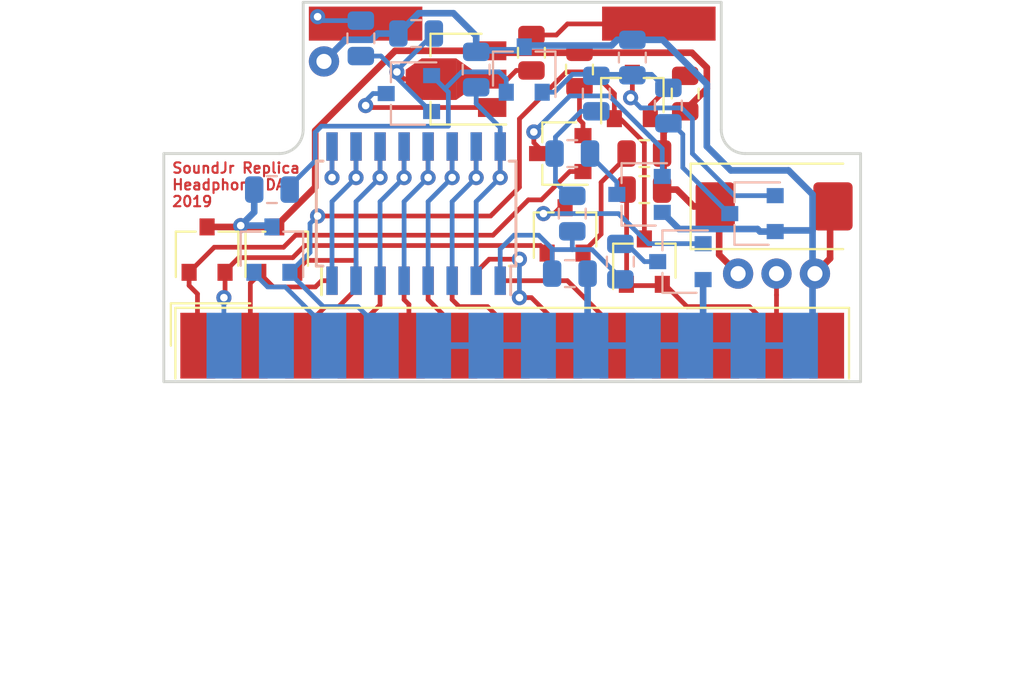
<source format=kicad_pcb>
(kicad_pcb (version 20171130) (host pcbnew 5.1.2-5.1.2)

  (general
    (thickness 1.6)
    (drawings 11)
    (tracks 284)
    (zones 0)
    (modules 37)
    (nets 45)
  )

  (page A4)
  (title_block
    (title "Parallel Port Headphone DAC")
    (date 2019-05-10)
    (company "Benedikt Freisen")
    (comment 1 "(SoundJr replica)")
    (comment 2 "Port-powered, with volume control")
    (comment 4 "Parallel Port Headphone DAC")
  )

  (layers
    (0 F.Cu signal)
    (31 B.Cu signal)
    (32 B.Adhes user)
    (33 F.Adhes user)
    (34 B.Paste user)
    (35 F.Paste user)
    (36 B.SilkS user hide)
    (37 F.SilkS user hide)
    (38 B.Mask user)
    (39 F.Mask user)
    (40 Dwgs.User user)
    (41 Cmts.User user)
    (42 Eco1.User user)
    (43 Eco2.User user)
    (44 Edge.Cuts user)
    (45 Margin user)
    (46 B.CrtYd user)
    (47 F.CrtYd user)
    (48 B.Fab user)
    (49 F.Fab user)
  )

  (setup
    (last_trace_width 0.25)
    (trace_clearance 0.2)
    (zone_clearance 0.508)
    (zone_45_only no)
    (trace_min 0.2)
    (via_size 0.8)
    (via_drill 0.4)
    (via_min_size 0.4)
    (via_min_drill 0.3)
    (uvia_size 0.3)
    (uvia_drill 0.1)
    (uvias_allowed no)
    (uvia_min_size 0.2)
    (uvia_min_drill 0.1)
    (edge_width 0.15)
    (segment_width 0.2)
    (pcb_text_width 0.3)
    (pcb_text_size 1.5 1.5)
    (mod_edge_width 0.15)
    (mod_text_size 1 1)
    (mod_text_width 0.15)
    (pad_size 1.6 1.6)
    (pad_drill 0.8)
    (pad_to_mask_clearance 0.051)
    (solder_mask_min_width 0.25)
    (aux_axis_origin 0 0)
    (visible_elements FFFFFF7F)
    (pcbplotparams
      (layerselection 0x010fc_ffffffff)
      (usegerberextensions false)
      (usegerberattributes false)
      (usegerberadvancedattributes false)
      (creategerberjobfile false)
      (excludeedgelayer true)
      (linewidth 0.100000)
      (plotframeref false)
      (viasonmask false)
      (mode 1)
      (useauxorigin false)
      (hpglpennumber 1)
      (hpglpenspeed 20)
      (hpglpendiameter 15.000000)
      (psnegative false)
      (psa4output false)
      (plotreference true)
      (plotvalue true)
      (plotinvisibletext false)
      (padsonsilk false)
      (subtractmaskfromsilk false)
      (outputformat 1)
      (mirror false)
      (drillshape 1)
      (scaleselection 1)
      (outputdirectory ""))
  )

  (net 0 "")
  (net 1 "Net-(Q1-Pad1)")
  (net 2 "Net-(Q2-Pad3)")
  (net 3 "Net-(Q2-Pad2)")
  (net 4 "Net-(Q3-Pad2)")
  (net 5 "Net-(Q3-Pad3)")
  (net 6 "Net-(Q4-Pad2)")
  (net 7 /DAC_OUT)
  (net 8 VCC)
  (net 9 GND)
  (net 10 /STATUS5)
  (net 11 /D0)
  (net 12 /CONTROL1)
  (net 13 /CONTROL0)
  (net 14 /D1)
  (net 15 /D2)
  (net 16 /D3)
  (net 17 /D4)
  (net 18 /D5)
  (net 19 /D6)
  (net 20 /D7)
  (net 21 /STATUS6)
  (net 22 /STATUS7)
  (net 23 /STATUS4)
  (net 24 /STATUS3)
  (net 25 /CONTROL2)
  (net 26 /CONTROL3)
  (net 27 "Net-(J2-PadR)")
  (net 28 "Net-(J2-PadT)")
  (net 29 /AUDIO_OUT)
  (net 30 "Net-(Q4-Pad3)")
  (net 31 "Net-(Q5-Pad1)")
  (net 32 "Net-(Q7-Pad3)")
  (net 33 "Net-(Q8-Pad3)")
  (net 34 "Net-(Q9-Pad3)")
  (net 35 /DAC_2xLP)
  (net 36 /DAC_1xLP)
  (net 37 /D0_20k)
  (net 38 /D1_20k)
  (net 39 /D2_20k)
  (net 40 /D3_20k)
  (net 41 /D4_20k)
  (net 42 /D5_20k)
  (net 43 /D6_20k)
  (net 44 /DAC_1.5xLP)

  (net_class Default "Dies ist die voreingestellte Netzklasse."
    (clearance 0.2)
    (trace_width 0.25)
    (via_dia 0.8)
    (via_drill 0.4)
    (uvia_dia 0.3)
    (uvia_drill 0.1)
    (add_net /AUDIO_OUT)
    (add_net /CONTROL0)
    (add_net /CONTROL1)
    (add_net /CONTROL2)
    (add_net /CONTROL3)
    (add_net /D0)
    (add_net /D0_20k)
    (add_net /D1)
    (add_net /D1_20k)
    (add_net /D2)
    (add_net /D2_20k)
    (add_net /D3)
    (add_net /D3_20k)
    (add_net /D4)
    (add_net /D4_20k)
    (add_net /D5)
    (add_net /D5_20k)
    (add_net /D6)
    (add_net /D6_20k)
    (add_net /D7)
    (add_net /DAC_1.5xLP)
    (add_net /DAC_1xLP)
    (add_net /DAC_2xLP)
    (add_net /DAC_OUT)
    (add_net /STATUS3)
    (add_net /STATUS4)
    (add_net /STATUS5)
    (add_net /STATUS6)
    (add_net /STATUS7)
    (add_net "Net-(J2-PadR)")
    (add_net "Net-(J2-PadT)")
    (add_net "Net-(Q1-Pad1)")
    (add_net "Net-(Q2-Pad2)")
    (add_net "Net-(Q2-Pad3)")
    (add_net "Net-(Q3-Pad2)")
    (add_net "Net-(Q3-Pad3)")
    (add_net "Net-(Q4-Pad2)")
    (add_net "Net-(Q4-Pad3)")
    (add_net "Net-(Q5-Pad1)")
    (add_net "Net-(Q7-Pad3)")
    (add_net "Net-(Q8-Pad3)")
    (add_net "Net-(Q9-Pad3)")
  )

  (net_class Power ""
    (clearance 0.2)
    (trace_width 0.35)
    (via_dia 0.8)
    (via_drill 0.4)
    (uvia_dia 0.3)
    (uvia_drill 0.1)
    (add_net GND)
    (add_net VCC)
  )

  (module parallel_port_headphone_dac:SoundJr_AudioJack (layer F.Cu) (tedit 5CB61BDE) (tstamp 5CB66B81)
    (at 127 87.376)
    (path /5C6427AC)
    (fp_text reference J2 (at 0.1 -6.45) (layer F.SilkS) hide
      (effects (font (size 1 1) (thickness 0.15)))
    )
    (fp_text value 161-3402-E (at 0.1 -1.27) (layer F.Fab) hide
      (effects (font (size 1 1) (thickness 0.15)))
    )
    (fp_text user %R (at 0.1 0.889) (layer F.Fab) hide
      (effects (font (size 1 1) (thickness 0.15)))
    )
    (pad S thru_hole circle (at -9.95 3) (size 1.6 1.6) (drill 0.8) (layers *.Cu *.Mask)
      (net 9 GND))
    (pad T smd rect (at 7.75 1) (size 6 1.8) (layers F.Cu F.Paste F.Mask)
      (net 28 "Net-(J2-PadT)"))
    (pad R smd rect (at -7.75 1) (size 6 1.8) (layers F.Cu F.Paste F.Mask)
      (net 27 "Net-(J2-PadR)"))
  )

  (module Package_TO_SOT_SMD:SC-59 (layer F.Cu) (tedit 5A02FF57) (tstamp 5C64B6A1)
    (at 133.985 100.965 90)
    (descr "SC-59, https://lib.chipdip.ru/images/import_diod/original/SOT-23_SC-59.jpg")
    (tags SC-59)
    (path /5C642F25)
    (attr smd)
    (fp_text reference D3 (at 0 -2.5 90) (layer F.SilkS) hide
      (effects (font (size 1 1) (thickness 0.15)))
    )
    (fp_text value DAN202K (at 0 2.5 90) (layer F.Fab) hide
      (effects (font (size 1 1) (thickness 0.15)))
    )
    (fp_text user %R (at 0 0 180) (layer F.Fab)
      (effects (font (size 0.5 0.5) (thickness 0.075)))
    )
    (fp_line (start -0.85 1.55) (end -0.85 -1) (layer F.Fab) (width 0.1))
    (fp_line (start -1.45 -1.65) (end 0.95 -1.65) (layer F.SilkS) (width 0.12))
    (fp_line (start 0.95 -1.65) (end 0.95 -0.6) (layer F.SilkS) (width 0.12))
    (fp_line (start -0.85 1.65) (end 0.95 1.65) (layer F.SilkS) (width 0.12))
    (fp_line (start 0.95 1.65) (end 0.95 0.6) (layer F.SilkS) (width 0.12))
    (fp_line (start -0.85 1.55) (end 0.85 1.55) (layer F.Fab) (width 0.1))
    (fp_line (start -0.3 -1.55) (end -0.85 -1) (layer F.Fab) (width 0.1))
    (fp_line (start -0.3 -1.55) (end 0.85 -1.55) (layer F.Fab) (width 0.1))
    (fp_line (start 0.85 -1.52) (end 0.85 1.52) (layer F.Fab) (width 0.1))
    (fp_line (start -1.9 -1.8) (end 1.9 -1.8) (layer F.CrtYd) (width 0.05))
    (fp_line (start -1.9 -1.8) (end -1.9 1.8) (layer F.CrtYd) (width 0.05))
    (fp_line (start 1.9 1.8) (end 1.9 -1.8) (layer F.CrtYd) (width 0.05))
    (fp_line (start 1.9 1.8) (end -1.9 1.8) (layer F.CrtYd) (width 0.05))
    (pad 1 smd rect (at -1.2 -0.95 90) (size 0.9 0.8) (layers F.Cu F.Paste F.Mask)
      (net 10 /STATUS5))
    (pad 2 smd rect (at -1.2 0.95 90) (size 0.9 0.8) (layers F.Cu F.Paste F.Mask)
      (net 10 /STATUS5))
    (pad 3 smd rect (at 1.2 0 90) (size 0.9 0.8) (layers F.Cu F.Paste F.Mask)
      (net 26 /CONTROL3))
    (model ${KISYS3DMOD}/Package_TO_SOT_SMD.3dshapes/SC-59.wrl
      (at (xyz 0 0 0))
      (scale (xyz 1 1 1))
      (rotate (xyz 0 0 0))
    )
  )

  (module Package_TO_SOT_SMD:SC-59 (layer F.Cu) (tedit 5A02FF57) (tstamp 5C64B6B6)
    (at 114.554 100.33 90)
    (descr "SC-59, https://lib.chipdip.ru/images/import_diod/original/SOT-23_SC-59.jpg")
    (tags SC-59)
    (path /5C642FB7)
    (attr smd)
    (fp_text reference D2 (at 0 -2.5 90) (layer F.SilkS) hide
      (effects (font (size 1 1) (thickness 0.15)))
    )
    (fp_text value DAN202K (at 0 2.5 90) (layer F.Fab) hide
      (effects (font (size 1 1) (thickness 0.15)))
    )
    (fp_line (start 1.9 1.8) (end -1.9 1.8) (layer F.CrtYd) (width 0.05))
    (fp_line (start 1.9 1.8) (end 1.9 -1.8) (layer F.CrtYd) (width 0.05))
    (fp_line (start -1.9 -1.8) (end -1.9 1.8) (layer F.CrtYd) (width 0.05))
    (fp_line (start -1.9 -1.8) (end 1.9 -1.8) (layer F.CrtYd) (width 0.05))
    (fp_line (start 0.85 -1.52) (end 0.85 1.52) (layer F.Fab) (width 0.1))
    (fp_line (start -0.3 -1.55) (end 0.85 -1.55) (layer F.Fab) (width 0.1))
    (fp_line (start -0.3 -1.55) (end -0.85 -1) (layer F.Fab) (width 0.1))
    (fp_line (start -0.85 1.55) (end 0.85 1.55) (layer F.Fab) (width 0.1))
    (fp_line (start 0.95 1.65) (end 0.95 0.6) (layer F.SilkS) (width 0.12))
    (fp_line (start -0.85 1.65) (end 0.95 1.65) (layer F.SilkS) (width 0.12))
    (fp_line (start 0.95 -1.65) (end 0.95 -0.6) (layer F.SilkS) (width 0.12))
    (fp_line (start -1.45 -1.65) (end 0.95 -1.65) (layer F.SilkS) (width 0.12))
    (fp_line (start -0.85 1.55) (end -0.85 -1) (layer F.Fab) (width 0.1))
    (fp_text user %R (at 0 0 180) (layer F.Fab)
      (effects (font (size 0.5 0.5) (thickness 0.075)))
    )
    (pad 3 smd rect (at 1.2 0 90) (size 0.9 0.8) (layers F.Cu F.Paste F.Mask)
      (net 8 VCC))
    (pad 2 smd rect (at -1.2 0.95 90) (size 0.9 0.8) (layers F.Cu F.Paste F.Mask)
      (net 14 /D1))
    (pad 1 smd rect (at -1.2 -0.95 90) (size 0.9 0.8) (layers F.Cu F.Paste F.Mask)
      (net 11 /D0))
    (model ${KISYS3DMOD}/Package_TO_SOT_SMD.3dshapes/SC-59.wrl
      (at (xyz 0 0 0))
      (scale (xyz 1 1 1))
      (rotate (xyz 0 0 0))
    )
  )

  (module Package_TO_SOT_SMD:SC-59 (layer F.Cu) (tedit 5A02FF57) (tstamp 5C64B6CB)
    (at 110.871 100.33 90)
    (descr "SC-59, https://lib.chipdip.ru/images/import_diod/original/SOT-23_SC-59.jpg")
    (tags SC-59)
    (path /5C642FFB)
    (attr smd)
    (fp_text reference D1 (at 0 -2.5 90) (layer F.SilkS) hide
      (effects (font (size 1 1) (thickness 0.15)))
    )
    (fp_text value DAN202K (at 0 2.5 90) (layer F.Fab) hide
      (effects (font (size 1 1) (thickness 0.15)))
    )
    (fp_text user %R (at 0 0 180) (layer F.Fab)
      (effects (font (size 0.5 0.5) (thickness 0.075)))
    )
    (fp_line (start -0.85 1.55) (end -0.85 -1) (layer F.Fab) (width 0.1))
    (fp_line (start -1.45 -1.65) (end 0.95 -1.65) (layer F.SilkS) (width 0.12))
    (fp_line (start 0.95 -1.65) (end 0.95 -0.6) (layer F.SilkS) (width 0.12))
    (fp_line (start -0.85 1.65) (end 0.95 1.65) (layer F.SilkS) (width 0.12))
    (fp_line (start 0.95 1.65) (end 0.95 0.6) (layer F.SilkS) (width 0.12))
    (fp_line (start -0.85 1.55) (end 0.85 1.55) (layer F.Fab) (width 0.1))
    (fp_line (start -0.3 -1.55) (end -0.85 -1) (layer F.Fab) (width 0.1))
    (fp_line (start -0.3 -1.55) (end 0.85 -1.55) (layer F.Fab) (width 0.1))
    (fp_line (start 0.85 -1.52) (end 0.85 1.52) (layer F.Fab) (width 0.1))
    (fp_line (start -1.9 -1.8) (end 1.9 -1.8) (layer F.CrtYd) (width 0.05))
    (fp_line (start -1.9 -1.8) (end -1.9 1.8) (layer F.CrtYd) (width 0.05))
    (fp_line (start 1.9 1.8) (end 1.9 -1.8) (layer F.CrtYd) (width 0.05))
    (fp_line (start 1.9 1.8) (end -1.9 1.8) (layer F.CrtYd) (width 0.05))
    (pad 1 smd rect (at -1.2 -0.95 90) (size 0.9 0.8) (layers F.Cu F.Paste F.Mask)
      (net 13 /CONTROL0))
    (pad 2 smd rect (at -1.2 0.95 90) (size 0.9 0.8) (layers F.Cu F.Paste F.Mask)
      (net 12 /CONTROL1))
    (pad 3 smd rect (at 1.2 0 90) (size 0.9 0.8) (layers F.Cu F.Paste F.Mask)
      (net 8 VCC))
    (model ${KISYS3DMOD}/Package_TO_SOT_SMD.3dshapes/SC-59.wrl
      (at (xyz 0 0 0))
      (scale (xyz 1 1 1))
      (rotate (xyz 0 0 0))
    )
  )

  (module Connector_Dsub:DSUB-25_Male_EdgeMount_P2.77mm (layer F.Cu) (tedit 59FEDEE2) (tstamp 5C64B778)
    (at 127 105.41)
    (descr "25-pin D-Sub connector, solder-cups edge-mounted, male, x-pin-pitch 2.77mm, distance of mounting holes 47.1mm, see https://disti-assets.s3.amazonaws.com/tonar/files/datasheets/16730.pdf")
    (tags "25-pin D-Sub connector edge mount solder cup male x-pin-pitch 2.77mm mounting holes distance 47.1mm")
    (path /5C642437)
    (attr smd)
    (fp_text reference J1 (at -20.543333 0) (layer F.SilkS) hide
      (effects (font (size 1 1) (thickness 0.15)))
    )
    (fp_text value DB25_Male (at 0 16.69) (layer F.Fab)
      (effects (font (size 1 1) (thickness 0.15)))
    )
    (fp_line (start -17.22 -0.91) (end -17.22 1.99) (layer F.Fab) (width 0.1))
    (fp_line (start -17.22 1.99) (end -16.02 1.99) (layer F.Fab) (width 0.1))
    (fp_line (start -16.02 1.99) (end -16.02 -0.91) (layer F.Fab) (width 0.1))
    (fp_line (start -16.02 -0.91) (end -17.22 -0.91) (layer F.Fab) (width 0.1))
    (fp_line (start -14.45 -0.91) (end -14.45 1.99) (layer F.Fab) (width 0.1))
    (fp_line (start -14.45 1.99) (end -13.25 1.99) (layer F.Fab) (width 0.1))
    (fp_line (start -13.25 1.99) (end -13.25 -0.91) (layer F.Fab) (width 0.1))
    (fp_line (start -13.25 -0.91) (end -14.45 -0.91) (layer F.Fab) (width 0.1))
    (fp_line (start -11.68 -0.91) (end -11.68 1.99) (layer F.Fab) (width 0.1))
    (fp_line (start -11.68 1.99) (end -10.48 1.99) (layer F.Fab) (width 0.1))
    (fp_line (start -10.48 1.99) (end -10.48 -0.91) (layer F.Fab) (width 0.1))
    (fp_line (start -10.48 -0.91) (end -11.68 -0.91) (layer F.Fab) (width 0.1))
    (fp_line (start -8.91 -0.91) (end -8.91 1.99) (layer F.Fab) (width 0.1))
    (fp_line (start -8.91 1.99) (end -7.71 1.99) (layer F.Fab) (width 0.1))
    (fp_line (start -7.71 1.99) (end -7.71 -0.91) (layer F.Fab) (width 0.1))
    (fp_line (start -7.71 -0.91) (end -8.91 -0.91) (layer F.Fab) (width 0.1))
    (fp_line (start -6.14 -0.91) (end -6.14 1.99) (layer F.Fab) (width 0.1))
    (fp_line (start -6.14 1.99) (end -4.94 1.99) (layer F.Fab) (width 0.1))
    (fp_line (start -4.94 1.99) (end -4.94 -0.91) (layer F.Fab) (width 0.1))
    (fp_line (start -4.94 -0.91) (end -6.14 -0.91) (layer F.Fab) (width 0.1))
    (fp_line (start -3.37 -0.91) (end -3.37 1.99) (layer F.Fab) (width 0.1))
    (fp_line (start -3.37 1.99) (end -2.17 1.99) (layer F.Fab) (width 0.1))
    (fp_line (start -2.17 1.99) (end -2.17 -0.91) (layer F.Fab) (width 0.1))
    (fp_line (start -2.17 -0.91) (end -3.37 -0.91) (layer F.Fab) (width 0.1))
    (fp_line (start -0.6 -0.91) (end -0.6 1.99) (layer F.Fab) (width 0.1))
    (fp_line (start -0.6 1.99) (end 0.6 1.99) (layer F.Fab) (width 0.1))
    (fp_line (start 0.6 1.99) (end 0.6 -0.91) (layer F.Fab) (width 0.1))
    (fp_line (start 0.6 -0.91) (end -0.6 -0.91) (layer F.Fab) (width 0.1))
    (fp_line (start 2.17 -0.91) (end 2.17 1.99) (layer F.Fab) (width 0.1))
    (fp_line (start 2.17 1.99) (end 3.37 1.99) (layer F.Fab) (width 0.1))
    (fp_line (start 3.37 1.99) (end 3.37 -0.91) (layer F.Fab) (width 0.1))
    (fp_line (start 3.37 -0.91) (end 2.17 -0.91) (layer F.Fab) (width 0.1))
    (fp_line (start 4.94 -0.91) (end 4.94 1.99) (layer F.Fab) (width 0.1))
    (fp_line (start 4.94 1.99) (end 6.14 1.99) (layer F.Fab) (width 0.1))
    (fp_line (start 6.14 1.99) (end 6.14 -0.91) (layer F.Fab) (width 0.1))
    (fp_line (start 6.14 -0.91) (end 4.94 -0.91) (layer F.Fab) (width 0.1))
    (fp_line (start 7.71 -0.91) (end 7.71 1.99) (layer F.Fab) (width 0.1))
    (fp_line (start 7.71 1.99) (end 8.91 1.99) (layer F.Fab) (width 0.1))
    (fp_line (start 8.91 1.99) (end 8.91 -0.91) (layer F.Fab) (width 0.1))
    (fp_line (start 8.91 -0.91) (end 7.71 -0.91) (layer F.Fab) (width 0.1))
    (fp_line (start 10.48 -0.91) (end 10.48 1.99) (layer F.Fab) (width 0.1))
    (fp_line (start 10.48 1.99) (end 11.68 1.99) (layer F.Fab) (width 0.1))
    (fp_line (start 11.68 1.99) (end 11.68 -0.91) (layer F.Fab) (width 0.1))
    (fp_line (start 11.68 -0.91) (end 10.48 -0.91) (layer F.Fab) (width 0.1))
    (fp_line (start 13.25 -0.91) (end 13.25 1.99) (layer F.Fab) (width 0.1))
    (fp_line (start 13.25 1.99) (end 14.45 1.99) (layer F.Fab) (width 0.1))
    (fp_line (start 14.45 1.99) (end 14.45 -0.91) (layer F.Fab) (width 0.1))
    (fp_line (start 14.45 -0.91) (end 13.25 -0.91) (layer F.Fab) (width 0.1))
    (fp_line (start 16.02 -0.91) (end 16.02 1.99) (layer F.Fab) (width 0.1))
    (fp_line (start 16.02 1.99) (end 17.22 1.99) (layer F.Fab) (width 0.1))
    (fp_line (start 17.22 1.99) (end 17.22 -0.91) (layer F.Fab) (width 0.1))
    (fp_line (start 17.22 -0.91) (end 16.02 -0.91) (layer F.Fab) (width 0.1))
    (fp_line (start -15.835 -0.91) (end -15.835 1.99) (layer B.Fab) (width 0.1))
    (fp_line (start -15.835 1.99) (end -14.635 1.99) (layer B.Fab) (width 0.1))
    (fp_line (start -14.635 1.99) (end -14.635 -0.91) (layer B.Fab) (width 0.1))
    (fp_line (start -14.635 -0.91) (end -15.835 -0.91) (layer B.Fab) (width 0.1))
    (fp_line (start -13.065 -0.91) (end -13.065 1.99) (layer B.Fab) (width 0.1))
    (fp_line (start -13.065 1.99) (end -11.865 1.99) (layer B.Fab) (width 0.1))
    (fp_line (start -11.865 1.99) (end -11.865 -0.91) (layer B.Fab) (width 0.1))
    (fp_line (start -11.865 -0.91) (end -13.065 -0.91) (layer B.Fab) (width 0.1))
    (fp_line (start -10.295 -0.91) (end -10.295 1.99) (layer B.Fab) (width 0.1))
    (fp_line (start -10.295 1.99) (end -9.095 1.99) (layer B.Fab) (width 0.1))
    (fp_line (start -9.095 1.99) (end -9.095 -0.91) (layer B.Fab) (width 0.1))
    (fp_line (start -9.095 -0.91) (end -10.295 -0.91) (layer B.Fab) (width 0.1))
    (fp_line (start -7.525 -0.91) (end -7.525 1.99) (layer B.Fab) (width 0.1))
    (fp_line (start -7.525 1.99) (end -6.325 1.99) (layer B.Fab) (width 0.1))
    (fp_line (start -6.325 1.99) (end -6.325 -0.91) (layer B.Fab) (width 0.1))
    (fp_line (start -6.325 -0.91) (end -7.525 -0.91) (layer B.Fab) (width 0.1))
    (fp_line (start -4.755 -0.91) (end -4.755 1.99) (layer B.Fab) (width 0.1))
    (fp_line (start -4.755 1.99) (end -3.555 1.99) (layer B.Fab) (width 0.1))
    (fp_line (start -3.555 1.99) (end -3.555 -0.91) (layer B.Fab) (width 0.1))
    (fp_line (start -3.555 -0.91) (end -4.755 -0.91) (layer B.Fab) (width 0.1))
    (fp_line (start -1.985 -0.91) (end -1.985 1.99) (layer B.Fab) (width 0.1))
    (fp_line (start -1.985 1.99) (end -0.785 1.99) (layer B.Fab) (width 0.1))
    (fp_line (start -0.785 1.99) (end -0.785 -0.91) (layer B.Fab) (width 0.1))
    (fp_line (start -0.785 -0.91) (end -1.985 -0.91) (layer B.Fab) (width 0.1))
    (fp_line (start 0.785 -0.91) (end 0.785 1.99) (layer B.Fab) (width 0.1))
    (fp_line (start 0.785 1.99) (end 1.985 1.99) (layer B.Fab) (width 0.1))
    (fp_line (start 1.985 1.99) (end 1.985 -0.91) (layer B.Fab) (width 0.1))
    (fp_line (start 1.985 -0.91) (end 0.785 -0.91) (layer B.Fab) (width 0.1))
    (fp_line (start 3.555 -0.91) (end 3.555 1.99) (layer B.Fab) (width 0.1))
    (fp_line (start 3.555 1.99) (end 4.755 1.99) (layer B.Fab) (width 0.1))
    (fp_line (start 4.755 1.99) (end 4.755 -0.91) (layer B.Fab) (width 0.1))
    (fp_line (start 4.755 -0.91) (end 3.555 -0.91) (layer B.Fab) (width 0.1))
    (fp_line (start 6.325 -0.91) (end 6.325 1.99) (layer B.Fab) (width 0.1))
    (fp_line (start 6.325 1.99) (end 7.525 1.99) (layer B.Fab) (width 0.1))
    (fp_line (start 7.525 1.99) (end 7.525 -0.91) (layer B.Fab) (width 0.1))
    (fp_line (start 7.525 -0.91) (end 6.325 -0.91) (layer B.Fab) (width 0.1))
    (fp_line (start 9.095 -0.91) (end 9.095 1.99) (layer B.Fab) (width 0.1))
    (fp_line (start 9.095 1.99) (end 10.295 1.99) (layer B.Fab) (width 0.1))
    (fp_line (start 10.295 1.99) (end 10.295 -0.91) (layer B.Fab) (width 0.1))
    (fp_line (start 10.295 -0.91) (end 9.095 -0.91) (layer B.Fab) (width 0.1))
    (fp_line (start 11.865 -0.91) (end 11.865 1.99) (layer B.Fab) (width 0.1))
    (fp_line (start 11.865 1.99) (end 13.065 1.99) (layer B.Fab) (width 0.1))
    (fp_line (start 13.065 1.99) (end 13.065 -0.91) (layer B.Fab) (width 0.1))
    (fp_line (start 13.065 -0.91) (end 11.865 -0.91) (layer B.Fab) (width 0.1))
    (fp_line (start 14.635 -0.91) (end 14.635 1.99) (layer B.Fab) (width 0.1))
    (fp_line (start 14.635 1.99) (end 15.835 1.99) (layer B.Fab) (width 0.1))
    (fp_line (start 15.835 1.99) (end 15.835 -0.91) (layer B.Fab) (width 0.1))
    (fp_line (start 15.835 -0.91) (end 14.635 -0.91) (layer B.Fab) (width 0.1))
    (fp_line (start -18.55 1.99) (end -18.55 4.79) (layer F.Fab) (width 0.1))
    (fp_line (start -18.55 4.79) (end 18.55 4.79) (layer F.Fab) (width 0.1))
    (fp_line (start 18.55 4.79) (end 18.55 1.99) (layer F.Fab) (width 0.1))
    (fp_line (start 18.55 1.99) (end -18.55 1.99) (layer F.Fab) (width 0.1))
    (fp_line (start -19.55 4.79) (end -19.55 9.29) (layer F.Fab) (width 0.1))
    (fp_line (start -19.55 9.29) (end 19.55 9.29) (layer F.Fab) (width 0.1))
    (fp_line (start 19.55 9.29) (end 19.55 4.79) (layer F.Fab) (width 0.1))
    (fp_line (start 19.55 4.79) (end -19.55 4.79) (layer F.Fab) (width 0.1))
    (fp_line (start -26.55 9.29) (end -26.55 9.69) (layer F.Fab) (width 0.1))
    (fp_line (start -26.55 9.69) (end 26.55 9.69) (layer F.Fab) (width 0.1))
    (fp_line (start 26.55 9.69) (end 26.55 9.29) (layer F.Fab) (width 0.1))
    (fp_line (start 26.55 9.29) (end -26.55 9.29) (layer F.Fab) (width 0.1))
    (fp_line (start -19.15 9.69) (end -19.15 15.69) (layer F.Fab) (width 0.1))
    (fp_line (start -19.15 15.69) (end 19.15 15.69) (layer F.Fab) (width 0.1))
    (fp_line (start 19.15 15.69) (end 19.15 9.69) (layer F.Fab) (width 0.1))
    (fp_line (start 19.15 9.69) (end -19.15 9.69) (layer F.Fab) (width 0.1))
    (fp_line (start -18.05 -2.25) (end 18.05 -2.25) (layer F.CrtYd) (width 0.05))
    (fp_line (start 18.05 -2.25) (end 18.05 1.5) (layer F.CrtYd) (width 0.05))
    (fp_line (start 18.05 1.5) (end 19.05 1.5) (layer F.CrtYd) (width 0.05))
    (fp_line (start 19.05 1.5) (end 19.05 4.3) (layer F.CrtYd) (width 0.05))
    (fp_line (start 19.05 4.3) (end 20.05 4.3) (layer F.CrtYd) (width 0.05))
    (fp_line (start 20.05 4.3) (end 20.05 8.8) (layer F.CrtYd) (width 0.05))
    (fp_line (start 20.05 8.8) (end 27.05 8.8) (layer F.CrtYd) (width 0.05))
    (fp_line (start 27.05 8.8) (end 27.05 10.2) (layer F.CrtYd) (width 0.05))
    (fp_line (start 27.05 10.2) (end 19.65 10.2) (layer F.CrtYd) (width 0.05))
    (fp_line (start 19.65 10.2) (end 19.65 16.2) (layer F.CrtYd) (width 0.05))
    (fp_line (start 19.65 16.2) (end -19.65 16.2) (layer F.CrtYd) (width 0.05))
    (fp_line (start -19.65 16.2) (end -19.65 10.2) (layer F.CrtYd) (width 0.05))
    (fp_line (start -19.65 10.2) (end -27.05 10.2) (layer F.CrtYd) (width 0.05))
    (fp_line (start -27.05 10.2) (end -27.05 8.8) (layer F.CrtYd) (width 0.05))
    (fp_line (start -27.05 8.8) (end -20.05 8.8) (layer F.CrtYd) (width 0.05))
    (fp_line (start -20.05 8.8) (end -20.05 4.3) (layer F.CrtYd) (width 0.05))
    (fp_line (start -20.05 4.3) (end -19.05 4.3) (layer F.CrtYd) (width 0.05))
    (fp_line (start -19.05 4.3) (end -19.05 1.5) (layer F.CrtYd) (width 0.05))
    (fp_line (start -19.05 1.5) (end -18.05 1.5) (layer F.CrtYd) (width 0.05))
    (fp_line (start -18.05 1.5) (end -18.05 -2.25) (layer F.CrtYd) (width 0.05))
    (fp_line (start 17.803333 1.74) (end 17.803333 -2) (layer F.SilkS) (width 0.12))
    (fp_line (start 17.803333 -2) (end -17.803333 -2) (layer F.SilkS) (width 0.12))
    (fp_line (start -17.803333 -2) (end -17.803333 1.74) (layer F.SilkS) (width 0.12))
    (fp_line (start -18.043333 0) (end -18.043333 -2.24) (layer F.SilkS) (width 0.12))
    (fp_line (start -18.043333 -2.24) (end -13.85 -2.24) (layer F.SilkS) (width 0.12))
    (fp_line (start -26.55 1.99) (end 26.55 1.99) (layer Dwgs.User) (width 0.05))
    (fp_text user %R (at 0 3.39) (layer F.Fab)
      (effects (font (size 1 1) (thickness 0.15)))
    )
    (fp_text user "PCB edge" (at -21.55 1.323333) (layer Dwgs.User)
      (effects (font (size 0.5 0.5) (thickness 0.075)))
    )
    (pad 1 smd rect (at -16.62 0) (size 1.846667 3.48) (layers F.Cu F.Paste F.Mask)
      (net 13 /CONTROL0))
    (pad 2 smd rect (at -13.85 0) (size 1.846667 3.48) (layers F.Cu F.Paste F.Mask)
      (net 11 /D0))
    (pad 3 smd rect (at -11.08 0) (size 1.846667 3.48) (layers F.Cu F.Paste F.Mask)
      (net 14 /D1))
    (pad 4 smd rect (at -8.31 0) (size 1.846667 3.48) (layers F.Cu F.Paste F.Mask)
      (net 15 /D2))
    (pad 5 smd rect (at -5.54 0) (size 1.846667 3.48) (layers F.Cu F.Paste F.Mask)
      (net 16 /D3))
    (pad 6 smd rect (at -2.77 0) (size 1.846667 3.48) (layers F.Cu F.Paste F.Mask)
      (net 17 /D4))
    (pad 7 smd rect (at 0 0) (size 1.846667 3.48) (layers F.Cu F.Paste F.Mask)
      (net 18 /D5))
    (pad 8 smd rect (at 2.77 0) (size 1.846667 3.48) (layers F.Cu F.Paste F.Mask)
      (net 19 /D6))
    (pad 9 smd rect (at 5.54 0) (size 1.846667 3.48) (layers F.Cu F.Paste F.Mask)
      (net 20 /D7))
    (pad 10 smd rect (at 8.31 0) (size 1.846667 3.48) (layers F.Cu F.Paste F.Mask)
      (net 21 /STATUS6))
    (pad 11 smd rect (at 11.08 0) (size 1.846667 3.48) (layers F.Cu F.Paste F.Mask)
      (net 22 /STATUS7))
    (pad 12 smd rect (at 13.85 0) (size 1.846667 3.48) (layers F.Cu F.Paste F.Mask)
      (net 10 /STATUS5))
    (pad 13 smd rect (at 16.62 0) (size 1.846667 3.48) (layers F.Cu F.Paste F.Mask)
      (net 23 /STATUS4))
    (pad 14 smd rect (at -15.235 0) (size 1.846667 3.48) (layers B.Cu B.Paste B.Mask)
      (net 12 /CONTROL1))
    (pad 15 smd rect (at -12.465 0) (size 1.846667 3.48) (layers B.Cu B.Paste B.Mask)
      (net 24 /STATUS3))
    (pad 16 smd rect (at -9.695 0) (size 1.846667 3.48) (layers B.Cu B.Paste B.Mask)
      (net 25 /CONTROL2))
    (pad 17 smd rect (at -6.925 0) (size 1.846667 3.48) (layers B.Cu B.Paste B.Mask)
      (net 26 /CONTROL3))
    (pad 18 smd rect (at -4.155 0) (size 1.846667 3.48) (layers B.Cu B.Paste B.Mask)
      (net 9 GND))
    (pad 19 smd rect (at -1.385 0) (size 1.846667 3.48) (layers B.Cu B.Paste B.Mask)
      (net 9 GND))
    (pad 20 smd rect (at 1.385 0) (size 1.846667 3.48) (layers B.Cu B.Paste B.Mask)
      (net 9 GND))
    (pad 21 smd rect (at 4.155 0) (size 1.846667 3.48) (layers B.Cu B.Paste B.Mask)
      (net 9 GND))
    (pad 22 smd rect (at 6.925 0) (size 1.846667 3.48) (layers B.Cu B.Paste B.Mask)
      (net 9 GND))
    (pad 23 smd rect (at 9.695 0) (size 1.846667 3.48) (layers B.Cu B.Paste B.Mask)
      (net 9 GND))
    (pad 24 smd rect (at 12.465 0) (size 1.846667 3.48) (layers B.Cu B.Paste B.Mask)
      (net 9 GND))
    (pad 25 smd rect (at 15.235 0) (size 1.846667 3.48) (layers B.Cu B.Paste B.Mask)
      (net 9 GND))
    (model ${KISYS3DMOD}/Connector_Dsub.3dshapes/DSUB-25_Male_EdgeMount_P2.77mm.wrl
      (at (xyz 0 0 0))
      (scale (xyz 1 1 1))
      (rotate (xyz 0 0 0))
    )
  )

  (module Resistor_SMD:R_0805_2012Metric (layer F.Cu) (tedit 5B36C52B) (tstamp 5C64B789)
    (at 133.985 97.155)
    (descr "Resistor SMD 0805 (2012 Metric), square (rectangular) end terminal, IPC_7351 nominal, (Body size source: https://docs.google.com/spreadsheets/d/1BsfQQcO9C6DZCsRaXUlFlo91Tg2WpOkGARC1WS5S8t0/edit?usp=sharing), generated with kicad-footprint-generator")
    (tags resistor)
    (path /5C642816)
    (attr smd)
    (fp_text reference R4 (at 0 -1.65) (layer F.SilkS) hide
      (effects (font (size 1 1) (thickness 0.15)))
    )
    (fp_text value 4.7k (at 0 1.65) (layer F.Fab) hide
      (effects (font (size 1 1) (thickness 0.15)))
    )
    (fp_line (start -1 0.6) (end -1 -0.6) (layer F.Fab) (width 0.1))
    (fp_line (start -1 -0.6) (end 1 -0.6) (layer F.Fab) (width 0.1))
    (fp_line (start 1 -0.6) (end 1 0.6) (layer F.Fab) (width 0.1))
    (fp_line (start 1 0.6) (end -1 0.6) (layer F.Fab) (width 0.1))
    (fp_line (start -0.258578 -0.71) (end 0.258578 -0.71) (layer F.SilkS) (width 0.12))
    (fp_line (start -0.258578 0.71) (end 0.258578 0.71) (layer F.SilkS) (width 0.12))
    (fp_line (start -1.68 0.95) (end -1.68 -0.95) (layer F.CrtYd) (width 0.05))
    (fp_line (start -1.68 -0.95) (end 1.68 -0.95) (layer F.CrtYd) (width 0.05))
    (fp_line (start 1.68 -0.95) (end 1.68 0.95) (layer F.CrtYd) (width 0.05))
    (fp_line (start 1.68 0.95) (end -1.68 0.95) (layer F.CrtYd) (width 0.05))
    (fp_text user %R (at 0 0) (layer F.Fab)
      (effects (font (size 0.5 0.5) (thickness 0.08)))
    )
    (pad 1 smd roundrect (at -0.9375 0) (size 0.975 1.4) (layers F.Cu F.Paste F.Mask) (roundrect_rratio 0.25)
      (net 10 /STATUS5))
    (pad 2 smd roundrect (at 0.9375 0) (size 0.975 1.4) (layers F.Cu F.Paste F.Mask) (roundrect_rratio 0.25)
      (net 8 VCC))
    (model ${KISYS3DMOD}/Resistor_SMD.3dshapes/R_0805_2012Metric.wrl
      (at (xyz 0 0 0))
      (scale (xyz 1 1 1))
      (rotate (xyz 0 0 0))
    )
  )

  (module Resistor_SMD:R_0805_2012Metric (layer F.Cu) (tedit 5B36C52B) (tstamp 5C64B79A)
    (at 136.144 92.075 270)
    (descr "Resistor SMD 0805 (2012 Metric), square (rectangular) end terminal, IPC_7351 nominal, (Body size source: https://docs.google.com/spreadsheets/d/1BsfQQcO9C6DZCsRaXUlFlo91Tg2WpOkGARC1WS5S8t0/edit?usp=sharing), generated with kicad-footprint-generator")
    (tags resistor)
    (path /5C64286B)
    (attr smd)
    (fp_text reference R5 (at 0 -1.65 270) (layer F.SilkS) hide
      (effects (font (size 1 1) (thickness 0.15)))
    )
    (fp_text value 20k (at 0 1.65 270) (layer F.Fab) hide
      (effects (font (size 1 1) (thickness 0.15)))
    )
    (fp_text user %R (at 0 0 270) (layer F.Fab)
      (effects (font (size 0.5 0.5) (thickness 0.08)))
    )
    (fp_line (start 1.68 0.95) (end -1.68 0.95) (layer F.CrtYd) (width 0.05))
    (fp_line (start 1.68 -0.95) (end 1.68 0.95) (layer F.CrtYd) (width 0.05))
    (fp_line (start -1.68 -0.95) (end 1.68 -0.95) (layer F.CrtYd) (width 0.05))
    (fp_line (start -1.68 0.95) (end -1.68 -0.95) (layer F.CrtYd) (width 0.05))
    (fp_line (start -0.258578 0.71) (end 0.258578 0.71) (layer F.SilkS) (width 0.12))
    (fp_line (start -0.258578 -0.71) (end 0.258578 -0.71) (layer F.SilkS) (width 0.12))
    (fp_line (start 1 0.6) (end -1 0.6) (layer F.Fab) (width 0.1))
    (fp_line (start 1 -0.6) (end 1 0.6) (layer F.Fab) (width 0.1))
    (fp_line (start -1 -0.6) (end 1 -0.6) (layer F.Fab) (width 0.1))
    (fp_line (start -1 0.6) (end -1 -0.6) (layer F.Fab) (width 0.1))
    (pad 2 smd roundrect (at 0.9375 0 270) (size 0.975 1.4) (layers F.Cu F.Paste F.Mask) (roundrect_rratio 0.25)
      (net 8 VCC))
    (pad 1 smd roundrect (at -0.9375 0 270) (size 0.975 1.4) (layers F.Cu F.Paste F.Mask) (roundrect_rratio 0.25)
      (net 6 "Net-(Q4-Pad2)"))
    (model ${KISYS3DMOD}/Resistor_SMD.3dshapes/R_0805_2012Metric.wrl
      (at (xyz 0 0 0))
      (scale (xyz 1 1 1))
      (rotate (xyz 0 0 0))
    )
  )

  (module Resistor_SMD:R_0805_2012Metric (layer F.Cu) (tedit 5B36C52B) (tstamp 5C64B7AB)
    (at 133.985 95.25)
    (descr "Resistor SMD 0805 (2012 Metric), square (rectangular) end terminal, IPC_7351 nominal, (Body size source: https://docs.google.com/spreadsheets/d/1BsfQQcO9C6DZCsRaXUlFlo91Tg2WpOkGARC1WS5S8t0/edit?usp=sharing), generated with kicad-footprint-generator")
    (tags resistor)
    (path /5C642893)
    (attr smd)
    (fp_text reference R3 (at 0 -1.65) (layer F.SilkS) hide
      (effects (font (size 1 1) (thickness 0.15)))
    )
    (fp_text value 20k (at 0 1.65) (layer F.Fab) hide
      (effects (font (size 1 1) (thickness 0.15)))
    )
    (fp_line (start -1 0.6) (end -1 -0.6) (layer F.Fab) (width 0.1))
    (fp_line (start -1 -0.6) (end 1 -0.6) (layer F.Fab) (width 0.1))
    (fp_line (start 1 -0.6) (end 1 0.6) (layer F.Fab) (width 0.1))
    (fp_line (start 1 0.6) (end -1 0.6) (layer F.Fab) (width 0.1))
    (fp_line (start -0.258578 -0.71) (end 0.258578 -0.71) (layer F.SilkS) (width 0.12))
    (fp_line (start -0.258578 0.71) (end 0.258578 0.71) (layer F.SilkS) (width 0.12))
    (fp_line (start -1.68 0.95) (end -1.68 -0.95) (layer F.CrtYd) (width 0.05))
    (fp_line (start -1.68 -0.95) (end 1.68 -0.95) (layer F.CrtYd) (width 0.05))
    (fp_line (start 1.68 -0.95) (end 1.68 0.95) (layer F.CrtYd) (width 0.05))
    (fp_line (start 1.68 0.95) (end -1.68 0.95) (layer F.CrtYd) (width 0.05))
    (fp_text user %R (at 0 0) (layer F.Fab)
      (effects (font (size 0.5 0.5) (thickness 0.08)))
    )
    (pad 1 smd roundrect (at -0.9375 0) (size 0.975 1.4) (layers F.Cu F.Paste F.Mask) (roundrect_rratio 0.25)
      (net 4 "Net-(Q3-Pad2)"))
    (pad 2 smd roundrect (at 0.9375 0) (size 0.975 1.4) (layers F.Cu F.Paste F.Mask) (roundrect_rratio 0.25)
      (net 8 VCC))
    (model ${KISYS3DMOD}/Resistor_SMD.3dshapes/R_0805_2012Metric.wrl
      (at (xyz 0 0 0))
      (scale (xyz 1 1 1))
      (rotate (xyz 0 0 0))
    )
  )

  (module Resistor_SMD:R_0805_2012Metric (layer F.Cu) (tedit 5B36C52B) (tstamp 5C64B7BC)
    (at 130.556 90.805 90)
    (descr "Resistor SMD 0805 (2012 Metric), square (rectangular) end terminal, IPC_7351 nominal, (Body size source: https://docs.google.com/spreadsheets/d/1BsfQQcO9C6DZCsRaXUlFlo91Tg2WpOkGARC1WS5S8t0/edit?usp=sharing), generated with kicad-footprint-generator")
    (tags resistor)
    (path /5C6428BD)
    (attr smd)
    (fp_text reference R2 (at 0 -1.65 90) (layer F.SilkS) hide
      (effects (font (size 1 1) (thickness 0.15)))
    )
    (fp_text value 20k (at 0 1.65 90) (layer F.Fab) hide
      (effects (font (size 1 1) (thickness 0.15)))
    )
    (fp_text user %R (at 0 0 90) (layer F.Fab)
      (effects (font (size 0.5 0.5) (thickness 0.08)))
    )
    (fp_line (start 1.68 0.95) (end -1.68 0.95) (layer F.CrtYd) (width 0.05))
    (fp_line (start 1.68 -0.95) (end 1.68 0.95) (layer F.CrtYd) (width 0.05))
    (fp_line (start -1.68 -0.95) (end 1.68 -0.95) (layer F.CrtYd) (width 0.05))
    (fp_line (start -1.68 0.95) (end -1.68 -0.95) (layer F.CrtYd) (width 0.05))
    (fp_line (start -0.258578 0.71) (end 0.258578 0.71) (layer F.SilkS) (width 0.12))
    (fp_line (start -0.258578 -0.71) (end 0.258578 -0.71) (layer F.SilkS) (width 0.12))
    (fp_line (start 1 0.6) (end -1 0.6) (layer F.Fab) (width 0.1))
    (fp_line (start 1 -0.6) (end 1 0.6) (layer F.Fab) (width 0.1))
    (fp_line (start -1 -0.6) (end 1 -0.6) (layer F.Fab) (width 0.1))
    (fp_line (start -1 0.6) (end -1 -0.6) (layer F.Fab) (width 0.1))
    (pad 2 smd roundrect (at 0.9375 0 90) (size 0.975 1.4) (layers F.Cu F.Paste F.Mask) (roundrect_rratio 0.25)
      (net 8 VCC))
    (pad 1 smd roundrect (at -0.9375 0 90) (size 0.975 1.4) (layers F.Cu F.Paste F.Mask) (roundrect_rratio 0.25)
      (net 3 "Net-(Q2-Pad2)"))
    (model ${KISYS3DMOD}/Resistor_SMD.3dshapes/R_0805_2012Metric.wrl
      (at (xyz 0 0 0))
      (scale (xyz 1 1 1))
      (rotate (xyz 0 0 0))
    )
  )

  (module Resistor_SMD:R_0805_2012Metric (layer F.Cu) (tedit 5B36C52B) (tstamp 5C64B7CD)
    (at 128.016 89.916 270)
    (descr "Resistor SMD 0805 (2012 Metric), square (rectangular) end terminal, IPC_7351 nominal, (Body size source: https://docs.google.com/spreadsheets/d/1BsfQQcO9C6DZCsRaXUlFlo91Tg2WpOkGARC1WS5S8t0/edit?usp=sharing), generated with kicad-footprint-generator")
    (tags resistor)
    (path /5C642A73)
    (attr smd)
    (fp_text reference R1 (at 0 -1.65 270) (layer F.SilkS) hide
      (effects (font (size 1 1) (thickness 0.15)))
    )
    (fp_text value 100 (at 0 1.65 270) (layer F.Fab) hide
      (effects (font (size 1 1) (thickness 0.15)))
    )
    (fp_line (start -1 0.6) (end -1 -0.6) (layer F.Fab) (width 0.1))
    (fp_line (start -1 -0.6) (end 1 -0.6) (layer F.Fab) (width 0.1))
    (fp_line (start 1 -0.6) (end 1 0.6) (layer F.Fab) (width 0.1))
    (fp_line (start 1 0.6) (end -1 0.6) (layer F.Fab) (width 0.1))
    (fp_line (start -0.258578 -0.71) (end 0.258578 -0.71) (layer F.SilkS) (width 0.12))
    (fp_line (start -0.258578 0.71) (end 0.258578 0.71) (layer F.SilkS) (width 0.12))
    (fp_line (start -1.68 0.95) (end -1.68 -0.95) (layer F.CrtYd) (width 0.05))
    (fp_line (start -1.68 -0.95) (end 1.68 -0.95) (layer F.CrtYd) (width 0.05))
    (fp_line (start 1.68 -0.95) (end 1.68 0.95) (layer F.CrtYd) (width 0.05))
    (fp_line (start 1.68 0.95) (end -1.68 0.95) (layer F.CrtYd) (width 0.05))
    (fp_text user %R (at 0 0 270) (layer F.Fab)
      (effects (font (size 0.5 0.5) (thickness 0.08)))
    )
    (pad 1 smd roundrect (at -0.9375 0 270) (size 0.975 1.4) (layers F.Cu F.Paste F.Mask) (roundrect_rratio 0.25)
      (net 28 "Net-(J2-PadT)"))
    (pad 2 smd roundrect (at 0.9375 0 270) (size 0.975 1.4) (layers F.Cu F.Paste F.Mask) (roundrect_rratio 0.25)
      (net 29 /AUDIO_OUT))
    (model ${KISYS3DMOD}/Resistor_SMD.3dshapes/R_0805_2012Metric.wrl
      (at (xyz 0 0 0))
      (scale (xyz 1 1 1))
      (rotate (xyz 0 0 0))
    )
  )

  (module Package_SO:SOIC-16W_5.3x10.2mm_P1.27mm (layer B.Cu) (tedit 5A02F2D3) (tstamp 5C64B7F2)
    (at 121.92 98.425 90)
    (descr "16-Lead Plastic Small Outline (SO) - Wide, 5.3 mm Body (http://www.ti.com/lit/ml/msop002a/msop002a.pdf)")
    (tags "SOIC 1.27")
    (path /5C642636)
    (attr smd)
    (fp_text reference RN2 (at 0 6.2 90) (layer B.SilkS) hide
      (effects (font (size 1 1) (thickness 0.15)) (justify mirror))
    )
    (fp_text value 8x10k (at 0 -6.2 90) (layer B.Fab) hide
      (effects (font (size 1 1) (thickness 0.15)) (justify mirror))
    )
    (fp_text user %R (at 0 0 90) (layer B.Fab)
      (effects (font (size 1 1) (thickness 0.15)) (justify mirror))
    )
    (fp_line (start -1.65 5.1) (end 2.65 5.1) (layer B.Fab) (width 0.15))
    (fp_line (start 2.65 5.1) (end 2.65 -5.1) (layer B.Fab) (width 0.15))
    (fp_line (start 2.65 -5.1) (end -2.65 -5.1) (layer B.Fab) (width 0.15))
    (fp_line (start -2.65 -5.1) (end -2.65 4.1) (layer B.Fab) (width 0.15))
    (fp_line (start -2.65 4.1) (end -1.65 5.1) (layer B.Fab) (width 0.15))
    (fp_line (start -4.55 5.45) (end -4.55 -5.45) (layer B.CrtYd) (width 0.05))
    (fp_line (start 4.55 5.45) (end 4.55 -5.45) (layer B.CrtYd) (width 0.05))
    (fp_line (start -4.55 5.45) (end 4.55 5.45) (layer B.CrtYd) (width 0.05))
    (fp_line (start -4.55 -5.45) (end 4.55 -5.45) (layer B.CrtYd) (width 0.05))
    (fp_line (start -2.775 5.275) (end -2.775 5) (layer B.SilkS) (width 0.15))
    (fp_line (start 2.775 5.275) (end 2.775 4.92) (layer B.SilkS) (width 0.15))
    (fp_line (start 2.775 -5.275) (end 2.775 -4.92) (layer B.SilkS) (width 0.15))
    (fp_line (start -2.775 -5.275) (end -2.775 -4.92) (layer B.SilkS) (width 0.15))
    (fp_line (start -2.775 5.275) (end 2.775 5.275) (layer B.SilkS) (width 0.15))
    (fp_line (start -2.775 -5.275) (end 2.775 -5.275) (layer B.SilkS) (width 0.15))
    (fp_line (start -2.775 5) (end -4.3 5) (layer B.SilkS) (width 0.15))
    (pad 1 smd rect (at -3.55 4.445 90) (size 1.5 0.6) (layers B.Cu B.Paste B.Mask)
      (net 36 /DAC_1xLP))
    (pad 2 smd rect (at -3.55 3.175 90) (size 1.5 0.6) (layers B.Cu B.Paste B.Mask)
      (net 7 /DAC_OUT))
    (pad 3 smd rect (at -3.55 1.905 90) (size 1.5 0.6) (layers B.Cu B.Paste B.Mask)
      (net 43 /D6_20k))
    (pad 4 smd rect (at -3.55 0.635 90) (size 1.5 0.6) (layers B.Cu B.Paste B.Mask)
      (net 42 /D5_20k))
    (pad 5 smd rect (at -3.55 -0.635 90) (size 1.5 0.6) (layers B.Cu B.Paste B.Mask)
      (net 41 /D4_20k))
    (pad 6 smd rect (at -3.55 -1.905 90) (size 1.5 0.6) (layers B.Cu B.Paste B.Mask)
      (net 40 /D3_20k))
    (pad 7 smd rect (at -3.55 -3.175 90) (size 1.5 0.6) (layers B.Cu B.Paste B.Mask)
      (net 39 /D2_20k))
    (pad 8 smd rect (at -3.55 -4.445 90) (size 1.5 0.6) (layers B.Cu B.Paste B.Mask)
      (net 38 /D1_20k))
    (pad 9 smd rect (at 3.55 -4.445 90) (size 1.5 0.6) (layers B.Cu B.Paste B.Mask)
      (net 37 /D0_20k))
    (pad 10 smd rect (at 3.55 -3.175 90) (size 1.5 0.6) (layers B.Cu B.Paste B.Mask)
      (net 38 /D1_20k))
    (pad 11 smd rect (at 3.55 -1.905 90) (size 1.5 0.6) (layers B.Cu B.Paste B.Mask)
      (net 39 /D2_20k))
    (pad 12 smd rect (at 3.55 -0.635 90) (size 1.5 0.6) (layers B.Cu B.Paste B.Mask)
      (net 40 /D3_20k))
    (pad 13 smd rect (at 3.55 0.635 90) (size 1.5 0.6) (layers B.Cu B.Paste B.Mask)
      (net 41 /D4_20k))
    (pad 14 smd rect (at 3.55 1.905 90) (size 1.5 0.6) (layers B.Cu B.Paste B.Mask)
      (net 42 /D5_20k))
    (pad 15 smd rect (at 3.55 3.175 90) (size 1.5 0.6) (layers B.Cu B.Paste B.Mask)
      (net 43 /D6_20k))
    (pad 16 smd rect (at 3.55 4.445 90) (size 1.5 0.6) (layers B.Cu B.Paste B.Mask)
      (net 7 /DAC_OUT))
    (model ${KISYS3DMOD}/Package_SO.3dshapes/SOIC-16W_5.3x10.2mm_P1.27mm.wrl
      (at (xyz 0 0 0))
      (scale (xyz 1 1 1))
      (rotate (xyz 0 0 0))
    )
  )

  (module Package_SO:SOIC-16W_5.3x10.2mm_P1.27mm (layer F.Cu) (tedit 5A02F2D3) (tstamp 5C64B817)
    (at 121.92 98.425 90)
    (descr "16-Lead Plastic Small Outline (SO) - Wide, 5.3 mm Body (http://www.ti.com/lit/ml/msop002a/msop002a.pdf)")
    (tags "SOIC 1.27")
    (path /5C6426A7)
    (attr smd)
    (fp_text reference RN1 (at 0 -6.2 90) (layer F.SilkS) hide
      (effects (font (size 1 1) (thickness 0.15)))
    )
    (fp_text value 8x20k (at 0 6.2 90) (layer F.Fab) hide
      (effects (font (size 1 1) (thickness 0.15)))
    )
    (fp_line (start -2.775 -5) (end -4.3 -5) (layer F.SilkS) (width 0.15))
    (fp_line (start -2.775 5.275) (end 2.775 5.275) (layer F.SilkS) (width 0.15))
    (fp_line (start -2.775 -5.275) (end 2.775 -5.275) (layer F.SilkS) (width 0.15))
    (fp_line (start -2.775 5.275) (end -2.775 4.92) (layer F.SilkS) (width 0.15))
    (fp_line (start 2.775 5.275) (end 2.775 4.92) (layer F.SilkS) (width 0.15))
    (fp_line (start 2.775 -5.275) (end 2.775 -4.92) (layer F.SilkS) (width 0.15))
    (fp_line (start -2.775 -5.275) (end -2.775 -5) (layer F.SilkS) (width 0.15))
    (fp_line (start -4.55 5.45) (end 4.55 5.45) (layer F.CrtYd) (width 0.05))
    (fp_line (start -4.55 -5.45) (end 4.55 -5.45) (layer F.CrtYd) (width 0.05))
    (fp_line (start 4.55 -5.45) (end 4.55 5.45) (layer F.CrtYd) (width 0.05))
    (fp_line (start -4.55 -5.45) (end -4.55 5.45) (layer F.CrtYd) (width 0.05))
    (fp_line (start -2.65 -4.1) (end -1.65 -5.1) (layer F.Fab) (width 0.15))
    (fp_line (start -2.65 5.1) (end -2.65 -4.1) (layer F.Fab) (width 0.15))
    (fp_line (start 2.65 5.1) (end -2.65 5.1) (layer F.Fab) (width 0.15))
    (fp_line (start 2.65 -5.1) (end 2.65 5.1) (layer F.Fab) (width 0.15))
    (fp_line (start -1.65 -5.1) (end 2.65 -5.1) (layer F.Fab) (width 0.15))
    (fp_text user %R (at 0 0 90) (layer F.Fab)
      (effects (font (size 1 1) (thickness 0.15)))
    )
    (pad 16 smd rect (at 3.55 -4.445 90) (size 1.5 0.6) (layers F.Cu F.Paste F.Mask)
      (net 37 /D0_20k))
    (pad 15 smd rect (at 3.55 -3.175 90) (size 1.5 0.6) (layers F.Cu F.Paste F.Mask)
      (net 38 /D1_20k))
    (pad 14 smd rect (at 3.55 -1.905 90) (size 1.5 0.6) (layers F.Cu F.Paste F.Mask)
      (net 39 /D2_20k))
    (pad 13 smd rect (at 3.55 -0.635 90) (size 1.5 0.6) (layers F.Cu F.Paste F.Mask)
      (net 40 /D3_20k))
    (pad 12 smd rect (at 3.55 0.635 90) (size 1.5 0.6) (layers F.Cu F.Paste F.Mask)
      (net 41 /D4_20k))
    (pad 11 smd rect (at 3.55 1.905 90) (size 1.5 0.6) (layers F.Cu F.Paste F.Mask)
      (net 42 /D5_20k))
    (pad 10 smd rect (at 3.55 3.175 90) (size 1.5 0.6) (layers F.Cu F.Paste F.Mask)
      (net 43 /D6_20k))
    (pad 9 smd rect (at 3.55 4.445 90) (size 1.5 0.6) (layers F.Cu F.Paste F.Mask)
      (net 7 /DAC_OUT))
    (pad 8 smd rect (at -3.55 4.445 90) (size 1.5 0.6) (layers F.Cu F.Paste F.Mask)
      (net 20 /D7))
    (pad 7 smd rect (at -3.55 3.175 90) (size 1.5 0.6) (layers F.Cu F.Paste F.Mask)
      (net 19 /D6))
    (pad 6 smd rect (at -3.55 1.905 90) (size 1.5 0.6) (layers F.Cu F.Paste F.Mask)
      (net 18 /D5))
    (pad 5 smd rect (at -3.55 0.635 90) (size 1.5 0.6) (layers F.Cu F.Paste F.Mask)
      (net 17 /D4))
    (pad 4 smd rect (at -3.55 -0.635 90) (size 1.5 0.6) (layers F.Cu F.Paste F.Mask)
      (net 16 /D3))
    (pad 3 smd rect (at -3.55 -1.905 90) (size 1.5 0.6) (layers F.Cu F.Paste F.Mask)
      (net 15 /D2))
    (pad 2 smd rect (at -3.55 -3.175 90) (size 1.5 0.6) (layers F.Cu F.Paste F.Mask)
      (net 14 /D1))
    (pad 1 smd rect (at -3.55 -4.445 90) (size 1.5 0.6) (layers F.Cu F.Paste F.Mask)
      (net 11 /D0))
    (model ${KISYS3DMOD}/Package_SO.3dshapes/SOIC-16W_5.3x10.2mm_P1.27mm.wrl
      (at (xyz 0 0 0))
      (scale (xyz 1 1 1))
      (rotate (xyz 0 0 0))
    )
  )

  (module Package_TO_SOT_SMD:SC-59 (layer F.Cu) (tedit 5A02FF57) (tstamp 5C64C3F7)
    (at 133.35 92.202 90)
    (descr "SC-59, https://lib.chipdip.ru/images/import_diod/original/SOT-23_SC-59.jpg")
    (tags SC-59)
    (path /5C643270)
    (attr smd)
    (fp_text reference Q4 (at 0 -2.5 90) (layer F.SilkS) hide
      (effects (font (size 1 1) (thickness 0.15)))
    )
    (fp_text value MMST2907A (at 0 2.5 90) (layer F.Fab) hide
      (effects (font (size 1 1) (thickness 0.15)))
    )
    (fp_text user %R (at 0 0 180) (layer F.Fab)
      (effects (font (size 0.5 0.5) (thickness 0.075)))
    )
    (fp_line (start -0.85 1.55) (end -0.85 -1) (layer F.Fab) (width 0.1))
    (fp_line (start -1.45 -1.65) (end 0.95 -1.65) (layer F.SilkS) (width 0.12))
    (fp_line (start 0.95 -1.65) (end 0.95 -0.6) (layer F.SilkS) (width 0.12))
    (fp_line (start -0.85 1.65) (end 0.95 1.65) (layer F.SilkS) (width 0.12))
    (fp_line (start 0.95 1.65) (end 0.95 0.6) (layer F.SilkS) (width 0.12))
    (fp_line (start -0.85 1.55) (end 0.85 1.55) (layer F.Fab) (width 0.1))
    (fp_line (start -0.3 -1.55) (end -0.85 -1) (layer F.Fab) (width 0.1))
    (fp_line (start -0.3 -1.55) (end 0.85 -1.55) (layer F.Fab) (width 0.1))
    (fp_line (start 0.85 -1.52) (end 0.85 1.52) (layer F.Fab) (width 0.1))
    (fp_line (start -1.9 -1.8) (end 1.9 -1.8) (layer F.CrtYd) (width 0.05))
    (fp_line (start -1.9 -1.8) (end -1.9 1.8) (layer F.CrtYd) (width 0.05))
    (fp_line (start 1.9 1.8) (end 1.9 -1.8) (layer F.CrtYd) (width 0.05))
    (fp_line (start 1.9 1.8) (end -1.9 1.8) (layer F.CrtYd) (width 0.05))
    (pad 1 smd rect (at -1.2 -0.95 90) (size 0.9 0.8) (layers F.Cu F.Paste F.Mask)
      (net 26 /CONTROL3))
    (pad 2 smd rect (at -1.2 0.95 90) (size 0.9 0.8) (layers F.Cu F.Paste F.Mask)
      (net 6 "Net-(Q4-Pad2)"))
    (pad 3 smd rect (at 1.2 0 90) (size 0.9 0.8) (layers F.Cu F.Paste F.Mask)
      (net 30 "Net-(Q4-Pad3)"))
    (model ${KISYS3DMOD}/Package_TO_SOT_SMD.3dshapes/SC-59.wrl
      (at (xyz 0 0 0))
      (scale (xyz 1 1 1))
      (rotate (xyz 0 0 0))
    )
  )

  (module Package_TO_SOT_SMD:SC-59 (layer F.Cu) (tedit 5A02FF57) (tstamp 5C64C529)
    (at 129.54 95.25 180)
    (descr "SC-59, https://lib.chipdip.ru/images/import_diod/original/SOT-23_SC-59.jpg")
    (tags SC-59)
    (path /5C643324)
    (attr smd)
    (fp_text reference Q2 (at 0 -2.5 180) (layer F.SilkS) hide
      (effects (font (size 1 1) (thickness 0.15)))
    )
    (fp_text value MMST2907A (at 0 2.5 180) (layer F.Fab) hide
      (effects (font (size 1 1) (thickness 0.15)))
    )
    (fp_line (start 1.9 1.8) (end -1.9 1.8) (layer F.CrtYd) (width 0.05))
    (fp_line (start 1.9 1.8) (end 1.9 -1.8) (layer F.CrtYd) (width 0.05))
    (fp_line (start -1.9 -1.8) (end -1.9 1.8) (layer F.CrtYd) (width 0.05))
    (fp_line (start -1.9 -1.8) (end 1.9 -1.8) (layer F.CrtYd) (width 0.05))
    (fp_line (start 0.85 -1.52) (end 0.85 1.52) (layer F.Fab) (width 0.1))
    (fp_line (start -0.3 -1.55) (end 0.85 -1.55) (layer F.Fab) (width 0.1))
    (fp_line (start -0.3 -1.55) (end -0.85 -1) (layer F.Fab) (width 0.1))
    (fp_line (start -0.85 1.55) (end 0.85 1.55) (layer F.Fab) (width 0.1))
    (fp_line (start 0.95 1.65) (end 0.95 0.6) (layer F.SilkS) (width 0.12))
    (fp_line (start -0.85 1.65) (end 0.95 1.65) (layer F.SilkS) (width 0.12))
    (fp_line (start 0.95 -1.65) (end 0.95 -0.6) (layer F.SilkS) (width 0.12))
    (fp_line (start -1.45 -1.65) (end 0.95 -1.65) (layer F.SilkS) (width 0.12))
    (fp_line (start -0.85 1.55) (end -0.85 -1) (layer F.Fab) (width 0.1))
    (fp_text user %R (at 0 0 270) (layer F.Fab)
      (effects (font (size 0.5 0.5) (thickness 0.075)))
    )
    (pad 3 smd rect (at 1.2 0 180) (size 0.9 0.8) (layers F.Cu F.Paste F.Mask)
      (net 2 "Net-(Q2-Pad3)"))
    (pad 2 smd rect (at -1.2 0.95 180) (size 0.9 0.8) (layers F.Cu F.Paste F.Mask)
      (net 3 "Net-(Q2-Pad2)"))
    (pad 1 smd rect (at -1.2 -0.95 180) (size 0.9 0.8) (layers F.Cu F.Paste F.Mask)
      (net 13 /CONTROL0))
    (model ${KISYS3DMOD}/Package_TO_SOT_SMD.3dshapes/SC-59.wrl
      (at (xyz 0 0 0))
      (scale (xyz 1 1 1))
      (rotate (xyz 0 0 0))
    )
  )

  (module Package_TO_SOT_SMD:SC-59 (layer F.Cu) (tedit 5A02FF57) (tstamp 5C64C421)
    (at 129.794 99.314 90)
    (descr "SC-59, https://lib.chipdip.ru/images/import_diod/original/SOT-23_SC-59.jpg")
    (tags SC-59)
    (path /5C643378)
    (attr smd)
    (fp_text reference Q3 (at 0 -2.5 90) (layer F.SilkS) hide
      (effects (font (size 1 1) (thickness 0.15)))
    )
    (fp_text value MMST2907A (at 0 2.5 90) (layer F.Fab) hide
      (effects (font (size 1 1) (thickness 0.15)))
    )
    (fp_text user %R (at 0 0 180) (layer F.Fab)
      (effects (font (size 0.5 0.5) (thickness 0.075)))
    )
    (fp_line (start -0.85 1.55) (end -0.85 -1) (layer F.Fab) (width 0.1))
    (fp_line (start -1.45 -1.65) (end 0.95 -1.65) (layer F.SilkS) (width 0.12))
    (fp_line (start 0.95 -1.65) (end 0.95 -0.6) (layer F.SilkS) (width 0.12))
    (fp_line (start -0.85 1.65) (end 0.95 1.65) (layer F.SilkS) (width 0.12))
    (fp_line (start 0.95 1.65) (end 0.95 0.6) (layer F.SilkS) (width 0.12))
    (fp_line (start -0.85 1.55) (end 0.85 1.55) (layer F.Fab) (width 0.1))
    (fp_line (start -0.3 -1.55) (end -0.85 -1) (layer F.Fab) (width 0.1))
    (fp_line (start -0.3 -1.55) (end 0.85 -1.55) (layer F.Fab) (width 0.1))
    (fp_line (start 0.85 -1.52) (end 0.85 1.52) (layer F.Fab) (width 0.1))
    (fp_line (start -1.9 -1.8) (end 1.9 -1.8) (layer F.CrtYd) (width 0.05))
    (fp_line (start -1.9 -1.8) (end -1.9 1.8) (layer F.CrtYd) (width 0.05))
    (fp_line (start 1.9 1.8) (end 1.9 -1.8) (layer F.CrtYd) (width 0.05))
    (fp_line (start 1.9 1.8) (end -1.9 1.8) (layer F.CrtYd) (width 0.05))
    (pad 1 smd rect (at -1.2 -0.95 90) (size 0.9 0.8) (layers F.Cu F.Paste F.Mask)
      (net 12 /CONTROL1))
    (pad 2 smd rect (at -1.2 0.95 90) (size 0.9 0.8) (layers F.Cu F.Paste F.Mask)
      (net 4 "Net-(Q3-Pad2)"))
    (pad 3 smd rect (at 1.2 0 90) (size 0.9 0.8) (layers F.Cu F.Paste F.Mask)
      (net 5 "Net-(Q3-Pad3)"))
    (model ${KISYS3DMOD}/Package_TO_SOT_SMD.3dshapes/SC-59.wrl
      (at (xyz 0 0 0))
      (scale (xyz 1 1 1))
      (rotate (xyz 0 0 0))
    )
  )

  (module Package_TO_SOT_SMD:SOT-89-3 (layer F.Cu) (tedit 5A02FF57) (tstamp 5C64CAC6)
    (at 124.46 91.313 180)
    (descr SOT-89-3)
    (tags SOT-89-3)
    (path /5C6436BA)
    (attr smd)
    (fp_text reference Q1 (at 0.45 -3.2 180) (layer F.SilkS) hide
      (effects (font (size 1 1) (thickness 0.15)))
    )
    (fp_text value BCX51-10 (at 0.45 3.25 180) (layer F.Fab) hide
      (effects (font (size 1 1) (thickness 0.15)))
    )
    (fp_text user %R (at 0.38 0 270) (layer F.Fab)
      (effects (font (size 0.6 0.6) (thickness 0.09)))
    )
    (fp_line (start 1.78 1.2) (end 1.78 2.4) (layer F.SilkS) (width 0.12))
    (fp_line (start 1.78 2.4) (end -0.92 2.4) (layer F.SilkS) (width 0.12))
    (fp_line (start -2.22 -2.4) (end 1.78 -2.4) (layer F.SilkS) (width 0.12))
    (fp_line (start 1.78 -2.4) (end 1.78 -1.2) (layer F.SilkS) (width 0.12))
    (fp_line (start -0.92 -1.51) (end -0.13 -2.3) (layer F.Fab) (width 0.1))
    (fp_line (start 1.68 -2.3) (end 1.68 2.3) (layer F.Fab) (width 0.1))
    (fp_line (start 1.68 2.3) (end -0.92 2.3) (layer F.Fab) (width 0.1))
    (fp_line (start -0.92 2.3) (end -0.92 -1.51) (layer F.Fab) (width 0.1))
    (fp_line (start -0.13 -2.3) (end 1.68 -2.3) (layer F.Fab) (width 0.1))
    (fp_line (start 3.23 -2.55) (end 3.23 2.55) (layer F.CrtYd) (width 0.05))
    (fp_line (start 3.23 -2.55) (end -2.48 -2.55) (layer F.CrtYd) (width 0.05))
    (fp_line (start -2.48 2.55) (end 3.23 2.55) (layer F.CrtYd) (width 0.05))
    (fp_line (start -2.48 2.55) (end -2.48 -2.55) (layer F.CrtYd) (width 0.05))
    (pad 2 smd trapezoid (at 2.667 0 90) (size 1.6 0.85) (rect_delta 0 0.6 ) (layers F.Cu F.Paste F.Mask)
      (net 29 /AUDIO_OUT))
    (pad 1 smd rect (at -1.48 -1.5 90) (size 1 1.5) (layers F.Cu F.Paste F.Mask)
      (net 1 "Net-(Q1-Pad1)"))
    (pad 2 smd rect (at -1.3335 0 90) (size 1 1.8) (layers F.Cu F.Paste F.Mask)
      (net 29 /AUDIO_OUT))
    (pad 3 smd rect (at -1.48 1.5 90) (size 1 1.5) (layers F.Cu F.Paste F.Mask)
      (net 8 VCC))
    (pad 2 smd rect (at 1.3335 0 90) (size 2.2 1.84) (layers F.Cu F.Paste F.Mask)
      (net 29 /AUDIO_OUT))
    (pad 2 smd trapezoid (at -0.0762 0 270) (size 1.5 1) (rect_delta 0 0.7 ) (layers F.Cu F.Paste F.Mask)
      (net 29 /AUDIO_OUT))
    (model ${KISYS3DMOD}/Package_TO_SOT_SMD.3dshapes/SOT-89-3.wrl
      (at (xyz 0 0 0))
      (scale (xyz 1 1 1))
      (rotate (xyz 0 0 0))
    )
  )

  (module Capacitor_Tantalum_SMD:CP_EIA-7343-30_AVX-N (layer F.Cu) (tedit 5B301BBE) (tstamp 5CB21B47)
    (at 140.843 98.044)
    (descr "Tantalum Capacitor SMD AVX-N (7343-30 Metric), IPC_7351 nominal, (Body size from: http://www.kemet.com/Lists/ProductCatalog/Attachments/253/KEM_TC101_STD.pdf), generated with kicad-footprint-generator")
    (tags "capacitor tantalum")
    (path /5C6424B1)
    (attr smd)
    (fp_text reference C1 (at 0 -3.1) (layer F.SilkS) hide
      (effects (font (size 1 1) (thickness 0.15)))
    )
    (fp_text value 68µ (at 0 3.1) (layer F.Fab) hide
      (effects (font (size 1 1) (thickness 0.15)))
    )
    (fp_line (start 3.65 -2.15) (end -2.65 -2.15) (layer F.Fab) (width 0.1))
    (fp_line (start -2.65 -2.15) (end -3.65 -1.15) (layer F.Fab) (width 0.1))
    (fp_line (start -3.65 -1.15) (end -3.65 2.15) (layer F.Fab) (width 0.1))
    (fp_line (start -3.65 2.15) (end 3.65 2.15) (layer F.Fab) (width 0.1))
    (fp_line (start 3.65 2.15) (end 3.65 -2.15) (layer F.Fab) (width 0.1))
    (fp_line (start 3.65 -2.26) (end -4.41 -2.26) (layer F.SilkS) (width 0.12))
    (fp_line (start -4.41 -2.26) (end -4.41 2.26) (layer F.SilkS) (width 0.12))
    (fp_line (start -4.41 2.26) (end 3.65 2.26) (layer F.SilkS) (width 0.12))
    (fp_line (start -4.4 2.4) (end -4.4 -2.4) (layer F.CrtYd) (width 0.05))
    (fp_line (start -4.4 -2.4) (end 4.4 -2.4) (layer F.CrtYd) (width 0.05))
    (fp_line (start 4.4 -2.4) (end 4.4 2.4) (layer F.CrtYd) (width 0.05))
    (fp_line (start 4.4 2.4) (end -4.4 2.4) (layer F.CrtYd) (width 0.05))
    (fp_text user %R (at 0 0) (layer F.Fab)
      (effects (font (size 1 1) (thickness 0.15)))
    )
    (pad 1 smd roundrect (at -3.1125 0) (size 2.075 2.55) (layers F.Cu F.Paste F.Mask) (roundrect_rratio 0.120482)
      (net 8 VCC))
    (pad 2 smd roundrect (at 3.1125 0) (size 2.075 2.55) (layers F.Cu F.Paste F.Mask) (roundrect_rratio 0.120482)
      (net 9 GND))
    (model ${KISYS3DMOD}/Capacitor_Tantalum_SMD.3dshapes/CP_EIA-7343-30_AVX-N.wrl
      (at (xyz 0 0 0))
      (scale (xyz 1 1 1))
      (rotate (xyz 0 0 0))
    )
  )

  (module Resistor_SMD:R_0805_2012Metric (layer B.Cu) (tedit 5B36C52B) (tstamp 5C891B50)
    (at 130.175 98.425 270)
    (descr "Resistor SMD 0805 (2012 Metric), square (rectangular) end terminal, IPC_7351 nominal, (Body size source: https://docs.google.com/spreadsheets/d/1BsfQQcO9C6DZCsRaXUlFlo91Tg2WpOkGARC1WS5S8t0/edit?usp=sharing), generated with kicad-footprint-generator")
    (tags resistor)
    (path /5C895420)
    (attr smd)
    (fp_text reference R11 (at 0 1.65 270) (layer B.SilkS) hide
      (effects (font (size 1 1) (thickness 0.15)) (justify mirror))
    )
    (fp_text value 10k (at 0 -1.65 270) (layer B.Fab) hide
      (effects (font (size 1 1) (thickness 0.15)) (justify mirror))
    )
    (fp_line (start -1 -0.6) (end -1 0.6) (layer B.Fab) (width 0.1))
    (fp_line (start -1 0.6) (end 1 0.6) (layer B.Fab) (width 0.1))
    (fp_line (start 1 0.6) (end 1 -0.6) (layer B.Fab) (width 0.1))
    (fp_line (start 1 -0.6) (end -1 -0.6) (layer B.Fab) (width 0.1))
    (fp_line (start -0.258578 0.71) (end 0.258578 0.71) (layer B.SilkS) (width 0.12))
    (fp_line (start -0.258578 -0.71) (end 0.258578 -0.71) (layer B.SilkS) (width 0.12))
    (fp_line (start -1.68 -0.95) (end -1.68 0.95) (layer B.CrtYd) (width 0.05))
    (fp_line (start -1.68 0.95) (end 1.68 0.95) (layer B.CrtYd) (width 0.05))
    (fp_line (start 1.68 0.95) (end 1.68 -0.95) (layer B.CrtYd) (width 0.05))
    (fp_line (start 1.68 -0.95) (end -1.68 -0.95) (layer B.CrtYd) (width 0.05))
    (fp_text user %R (at 0 0 270) (layer B.Fab)
      (effects (font (size 0.5 0.5) (thickness 0.08)) (justify mirror))
    )
    (pad 1 smd roundrect (at -0.9375 0 270) (size 0.975 1.4) (layers B.Cu B.Paste B.Mask) (roundrect_rratio 0.25)
      (net 44 /DAC_1.5xLP))
    (pad 2 smd roundrect (at 0.9375 0 270) (size 0.975 1.4) (layers B.Cu B.Paste B.Mask) (roundrect_rratio 0.25)
      (net 36 /DAC_1xLP))
    (model ${KISYS3DMOD}/Resistor_SMD.3dshapes/R_0805_2012Metric.wrl
      (at (xyz 0 0 0))
      (scale (xyz 1 1 1))
      (rotate (xyz 0 0 0))
    )
  )

  (module Resistor_SMD:R_0805_2012Metric (layer B.Cu) (tedit 5B36C52B) (tstamp 5C891B61)
    (at 131.445 92.075 270)
    (descr "Resistor SMD 0805 (2012 Metric), square (rectangular) end terminal, IPC_7351 nominal, (Body size source: https://docs.google.com/spreadsheets/d/1BsfQQcO9C6DZCsRaXUlFlo91Tg2WpOkGARC1WS5S8t0/edit?usp=sharing), generated with kicad-footprint-generator")
    (tags resistor)
    (path /5C895510)
    (attr smd)
    (fp_text reference R12 (at 0 1.65 270) (layer B.SilkS) hide
      (effects (font (size 1 1) (thickness 0.15)) (justify mirror))
    )
    (fp_text value 10k (at 0 -1.65 270) (layer B.Fab)
      (effects (font (size 1 1) (thickness 0.15)) (justify mirror))
    )
    (fp_text user %R (at 0 0 270) (layer B.Fab)
      (effects (font (size 0.5 0.5) (thickness 0.08)) (justify mirror))
    )
    (fp_line (start 1.68 -0.95) (end -1.68 -0.95) (layer B.CrtYd) (width 0.05))
    (fp_line (start 1.68 0.95) (end 1.68 -0.95) (layer B.CrtYd) (width 0.05))
    (fp_line (start -1.68 0.95) (end 1.68 0.95) (layer B.CrtYd) (width 0.05))
    (fp_line (start -1.68 -0.95) (end -1.68 0.95) (layer B.CrtYd) (width 0.05))
    (fp_line (start -0.258578 -0.71) (end 0.258578 -0.71) (layer B.SilkS) (width 0.12))
    (fp_line (start -0.258578 0.71) (end 0.258578 0.71) (layer B.SilkS) (width 0.12))
    (fp_line (start 1 -0.6) (end -1 -0.6) (layer B.Fab) (width 0.1))
    (fp_line (start 1 0.6) (end 1 -0.6) (layer B.Fab) (width 0.1))
    (fp_line (start -1 0.6) (end 1 0.6) (layer B.Fab) (width 0.1))
    (fp_line (start -1 -0.6) (end -1 0.6) (layer B.Fab) (width 0.1))
    (pad 2 smd roundrect (at 0.9375 0 270) (size 0.975 1.4) (layers B.Cu B.Paste B.Mask) (roundrect_rratio 0.25)
      (net 44 /DAC_1.5xLP))
    (pad 1 smd roundrect (at -0.9375 0 270) (size 0.975 1.4) (layers B.Cu B.Paste B.Mask) (roundrect_rratio 0.25)
      (net 35 /DAC_2xLP))
    (model ${KISYS3DMOD}/Resistor_SMD.3dshapes/R_0805_2012Metric.wrl
      (at (xyz 0 0 0))
      (scale (xyz 1 1 1))
      (rotate (xyz 0 0 0))
    )
  )

  (module Resistor_SMD:R_0805_2012Metric (layer B.Cu) (tedit 5B36C52B) (tstamp 5C891B72)
    (at 135.255 92.71 270)
    (descr "Resistor SMD 0805 (2012 Metric), square (rectangular) end terminal, IPC_7351 nominal, (Body size source: https://docs.google.com/spreadsheets/d/1BsfQQcO9C6DZCsRaXUlFlo91Tg2WpOkGARC1WS5S8t0/edit?usp=sharing), generated with kicad-footprint-generator")
    (tags resistor)
    (path /5C895566)
    (attr smd)
    (fp_text reference R14 (at 0 1.65 270) (layer B.SilkS) hide
      (effects (font (size 1 1) (thickness 0.15)) (justify mirror))
    )
    (fp_text value 10k (at 0 -1.65 270) (layer B.Fab) hide
      (effects (font (size 1 1) (thickness 0.15)) (justify mirror))
    )
    (fp_line (start -1 -0.6) (end -1 0.6) (layer B.Fab) (width 0.1))
    (fp_line (start -1 0.6) (end 1 0.6) (layer B.Fab) (width 0.1))
    (fp_line (start 1 0.6) (end 1 -0.6) (layer B.Fab) (width 0.1))
    (fp_line (start 1 -0.6) (end -1 -0.6) (layer B.Fab) (width 0.1))
    (fp_line (start -0.258578 0.71) (end 0.258578 0.71) (layer B.SilkS) (width 0.12))
    (fp_line (start -0.258578 -0.71) (end 0.258578 -0.71) (layer B.SilkS) (width 0.12))
    (fp_line (start -1.68 -0.95) (end -1.68 0.95) (layer B.CrtYd) (width 0.05))
    (fp_line (start -1.68 0.95) (end 1.68 0.95) (layer B.CrtYd) (width 0.05))
    (fp_line (start 1.68 0.95) (end 1.68 -0.95) (layer B.CrtYd) (width 0.05))
    (fp_line (start 1.68 -0.95) (end -1.68 -0.95) (layer B.CrtYd) (width 0.05))
    (fp_text user %R (at 0 0 270) (layer B.Fab)
      (effects (font (size 0.5 0.5) (thickness 0.08)) (justify mirror))
    )
    (pad 1 smd roundrect (at -0.9375 0 270) (size 0.975 1.4) (layers B.Cu B.Paste B.Mask) (roundrect_rratio 0.25)
      (net 35 /DAC_2xLP))
    (pad 2 smd roundrect (at 0.9375 0 270) (size 0.975 1.4) (layers B.Cu B.Paste B.Mask) (roundrect_rratio 0.25)
      (net 34 "Net-(Q9-Pad3)"))
    (model ${KISYS3DMOD}/Resistor_SMD.3dshapes/R_0805_2012Metric.wrl
      (at (xyz 0 0 0))
      (scale (xyz 1 1 1))
      (rotate (xyz 0 0 0))
    )
  )

  (module Capacitor_SMD:C_0805_2012Metric (layer B.Cu) (tedit 5B36C52B) (tstamp 5C924752)
    (at 125.095 90.805 90)
    (descr "Capacitor SMD 0805 (2012 Metric), square (rectangular) end terminal, IPC_7351 nominal, (Body size source: https://docs.google.com/spreadsheets/d/1BsfQQcO9C6DZCsRaXUlFlo91Tg2WpOkGARC1WS5S8t0/edit?usp=sharing), generated with kicad-footprint-generator")
    (tags capacitor)
    (path /5C9261D2)
    (attr smd)
    (fp_text reference C2 (at 0 1.65 90) (layer B.SilkS) hide
      (effects (font (size 1 1) (thickness 0.15)) (justify mirror))
    )
    (fp_text value C (at 0 -1.65 90) (layer B.Fab)
      (effects (font (size 1 1) (thickness 0.15)) (justify mirror))
    )
    (fp_line (start -1 -0.6) (end -1 0.6) (layer B.Fab) (width 0.1))
    (fp_line (start -1 0.6) (end 1 0.6) (layer B.Fab) (width 0.1))
    (fp_line (start 1 0.6) (end 1 -0.6) (layer B.Fab) (width 0.1))
    (fp_line (start 1 -0.6) (end -1 -0.6) (layer B.Fab) (width 0.1))
    (fp_line (start -0.258578 0.71) (end 0.258578 0.71) (layer B.SilkS) (width 0.12))
    (fp_line (start -0.258578 -0.71) (end 0.258578 -0.71) (layer B.SilkS) (width 0.12))
    (fp_line (start -1.68 -0.95) (end -1.68 0.95) (layer B.CrtYd) (width 0.05))
    (fp_line (start -1.68 0.95) (end 1.68 0.95) (layer B.CrtYd) (width 0.05))
    (fp_line (start 1.68 0.95) (end 1.68 -0.95) (layer B.CrtYd) (width 0.05))
    (fp_line (start 1.68 -0.95) (end -1.68 -0.95) (layer B.CrtYd) (width 0.05))
    (fp_text user %R (at 0 0 90) (layer B.Fab)
      (effects (font (size 0.5 0.5) (thickness 0.08)) (justify mirror))
    )
    (pad 1 smd roundrect (at -0.9375 0 90) (size 0.975 1.4) (layers B.Cu B.Paste B.Mask) (roundrect_rratio 0.25)
      (net 7 /DAC_OUT))
    (pad 2 smd roundrect (at 0.9375 0 90) (size 0.975 1.4) (layers B.Cu B.Paste B.Mask) (roundrect_rratio 0.25)
      (net 9 GND))
    (model ${KISYS3DMOD}/Capacitor_SMD.3dshapes/C_0805_2012Metric.wrl
      (at (xyz 0 0 0))
      (scale (xyz 1 1 1))
      (rotate (xyz 0 0 0))
    )
  )

  (module Capacitor_SMD:C_0805_2012Metric (layer B.Cu) (tedit 5B36C52B) (tstamp 5C924763)
    (at 133.35 90.17 90)
    (descr "Capacitor SMD 0805 (2012 Metric), square (rectangular) end terminal, IPC_7351 nominal, (Body size source: https://docs.google.com/spreadsheets/d/1BsfQQcO9C6DZCsRaXUlFlo91Tg2WpOkGARC1WS5S8t0/edit?usp=sharing), generated with kicad-footprint-generator")
    (tags capacitor)
    (path /5C92621E)
    (attr smd)
    (fp_text reference C3 (at 0 1.65 90) (layer B.SilkS) hide
      (effects (font (size 1 1) (thickness 0.15)) (justify mirror))
    )
    (fp_text value C (at 0 -1.65 90) (layer B.Fab)
      (effects (font (size 1 1) (thickness 0.15)) (justify mirror))
    )
    (fp_text user %R (at 0 0 90) (layer B.Fab)
      (effects (font (size 0.5 0.5) (thickness 0.08)) (justify mirror))
    )
    (fp_line (start 1.68 -0.95) (end -1.68 -0.95) (layer B.CrtYd) (width 0.05))
    (fp_line (start 1.68 0.95) (end 1.68 -0.95) (layer B.CrtYd) (width 0.05))
    (fp_line (start -1.68 0.95) (end 1.68 0.95) (layer B.CrtYd) (width 0.05))
    (fp_line (start -1.68 -0.95) (end -1.68 0.95) (layer B.CrtYd) (width 0.05))
    (fp_line (start -0.258578 -0.71) (end 0.258578 -0.71) (layer B.SilkS) (width 0.12))
    (fp_line (start -0.258578 0.71) (end 0.258578 0.71) (layer B.SilkS) (width 0.12))
    (fp_line (start 1 -0.6) (end -1 -0.6) (layer B.Fab) (width 0.1))
    (fp_line (start 1 0.6) (end 1 -0.6) (layer B.Fab) (width 0.1))
    (fp_line (start -1 0.6) (end 1 0.6) (layer B.Fab) (width 0.1))
    (fp_line (start -1 -0.6) (end -1 0.6) (layer B.Fab) (width 0.1))
    (pad 2 smd roundrect (at 0.9375 0 90) (size 0.975 1.4) (layers B.Cu B.Paste B.Mask) (roundrect_rratio 0.25)
      (net 9 GND))
    (pad 1 smd roundrect (at -0.9375 0 90) (size 0.975 1.4) (layers B.Cu B.Paste B.Mask) (roundrect_rratio 0.25)
      (net 35 /DAC_2xLP))
    (model ${KISYS3DMOD}/Capacitor_SMD.3dshapes/C_0805_2012Metric.wrl
      (at (xyz 0 0 0))
      (scale (xyz 1 1 1))
      (rotate (xyz 0 0 0))
    )
  )

  (module Package_TO_SOT_SMD:SC-59 (layer B.Cu) (tedit 5A02FF57) (tstamp 5C924778)
    (at 114.3 100.33 90)
    (descr "SC-59, https://lib.chipdip.ru/images/import_diod/original/SOT-23_SC-59.jpg")
    (tags SC-59)
    (path /5C918CC5)
    (attr smd)
    (fp_text reference D4 (at 0 2.5 90) (layer B.SilkS) hide
      (effects (font (size 1 1) (thickness 0.15)) (justify mirror))
    )
    (fp_text value DAN202K (at 0 -2.5 90) (layer B.Fab) hide
      (effects (font (size 1 1) (thickness 0.15)) (justify mirror))
    )
    (fp_line (start 1.9 -1.8) (end -1.9 -1.8) (layer B.CrtYd) (width 0.05))
    (fp_line (start 1.9 -1.8) (end 1.9 1.8) (layer B.CrtYd) (width 0.05))
    (fp_line (start -1.9 1.8) (end -1.9 -1.8) (layer B.CrtYd) (width 0.05))
    (fp_line (start -1.9 1.8) (end 1.9 1.8) (layer B.CrtYd) (width 0.05))
    (fp_line (start 0.85 1.52) (end 0.85 -1.52) (layer B.Fab) (width 0.1))
    (fp_line (start -0.3 1.55) (end 0.85 1.55) (layer B.Fab) (width 0.1))
    (fp_line (start -0.3 1.55) (end -0.85 1) (layer B.Fab) (width 0.1))
    (fp_line (start -0.85 -1.55) (end 0.85 -1.55) (layer B.Fab) (width 0.1))
    (fp_line (start 0.95 -1.65) (end 0.95 -0.6) (layer B.SilkS) (width 0.12))
    (fp_line (start -0.85 -1.65) (end 0.95 -1.65) (layer B.SilkS) (width 0.12))
    (fp_line (start 0.95 1.65) (end 0.95 0.6) (layer B.SilkS) (width 0.12))
    (fp_line (start -1.45 1.65) (end 0.95 1.65) (layer B.SilkS) (width 0.12))
    (fp_line (start -0.85 -1.55) (end -0.85 1) (layer B.Fab) (width 0.1))
    (fp_text user %R (at 0 0) (layer B.Fab)
      (effects (font (size 0.5 0.5) (thickness 0.075)) (justify mirror))
    )
    (pad 3 smd rect (at 1.2 0 90) (size 0.9 0.8) (layers B.Cu B.Paste B.Mask)
      (net 8 VCC))
    (pad 2 smd rect (at -1.2 -0.95 90) (size 0.9 0.8) (layers B.Cu B.Paste B.Mask)
      (net 25 /CONTROL2))
    (pad 1 smd rect (at -1.2 0.95 90) (size 0.9 0.8) (layers B.Cu B.Paste B.Mask)
      (net 26 /CONTROL3))
    (model ${KISYS3DMOD}/Package_TO_SOT_SMD.3dshapes/SC-59.wrl
      (at (xyz 0 0 0))
      (scale (xyz 1 1 1))
      (rotate (xyz 0 0 0))
    )
  )

  (module Package_TO_SOT_SMD:SC-59 (layer B.Cu) (tedit 5A02FF57) (tstamp 5C92478D)
    (at 121.539 92.075 180)
    (descr "SC-59, https://lib.chipdip.ru/images/import_diod/original/SOT-23_SC-59.jpg")
    (tags SC-59)
    (path /5C92CBC6)
    (attr smd)
    (fp_text reference Q5 (at 0 2.5 180) (layer B.SilkS) hide
      (effects (font (size 1 1) (thickness 0.15)) (justify mirror))
    )
    (fp_text value MMST2222A (at 0 -2.5 180) (layer B.Fab) hide
      (effects (font (size 1 1) (thickness 0.15)) (justify mirror))
    )
    (fp_text user %R (at 0 0 90) (layer B.Fab)
      (effects (font (size 0.5 0.5) (thickness 0.075)) (justify mirror))
    )
    (fp_line (start -0.85 -1.55) (end -0.85 1) (layer B.Fab) (width 0.1))
    (fp_line (start -1.45 1.65) (end 0.95 1.65) (layer B.SilkS) (width 0.12))
    (fp_line (start 0.95 1.65) (end 0.95 0.6) (layer B.SilkS) (width 0.12))
    (fp_line (start -0.85 -1.65) (end 0.95 -1.65) (layer B.SilkS) (width 0.12))
    (fp_line (start 0.95 -1.65) (end 0.95 -0.6) (layer B.SilkS) (width 0.12))
    (fp_line (start -0.85 -1.55) (end 0.85 -1.55) (layer B.Fab) (width 0.1))
    (fp_line (start -0.3 1.55) (end -0.85 1) (layer B.Fab) (width 0.1))
    (fp_line (start -0.3 1.55) (end 0.85 1.55) (layer B.Fab) (width 0.1))
    (fp_line (start 0.85 1.52) (end 0.85 -1.52) (layer B.Fab) (width 0.1))
    (fp_line (start -1.9 1.8) (end 1.9 1.8) (layer B.CrtYd) (width 0.05))
    (fp_line (start -1.9 1.8) (end -1.9 -1.8) (layer B.CrtYd) (width 0.05))
    (fp_line (start 1.9 -1.8) (end 1.9 1.8) (layer B.CrtYd) (width 0.05))
    (fp_line (start 1.9 -1.8) (end -1.9 -1.8) (layer B.CrtYd) (width 0.05))
    (pad 1 smd rect (at -1.2 0.95 180) (size 0.9 0.8) (layers B.Cu B.Paste B.Mask)
      (net 31 "Net-(Q5-Pad1)"))
    (pad 2 smd rect (at -1.2 -0.95 180) (size 0.9 0.8) (layers B.Cu B.Paste B.Mask)
      (net 29 /AUDIO_OUT))
    (pad 3 smd rect (at 1.2 0 180) (size 0.9 0.8) (layers B.Cu B.Paste B.Mask)
      (net 1 "Net-(Q1-Pad1)"))
    (model ${KISYS3DMOD}/Package_TO_SOT_SMD.3dshapes/SC-59.wrl
      (at (xyz 0 0 0))
      (scale (xyz 1 1 1))
      (rotate (xyz 0 0 0))
    )
  )

  (module Package_TO_SOT_SMD:SC-59 (layer B.Cu) (tedit 5A02FF57) (tstamp 5C9247A2)
    (at 127.635 90.805 90)
    (descr "SC-59, https://lib.chipdip.ru/images/import_diod/original/SOT-23_SC-59.jpg")
    (tags SC-59)
    (path /5C92626C)
    (attr smd)
    (fp_text reference Q6 (at 0 2.5 90) (layer B.SilkS) hide
      (effects (font (size 1 1) (thickness 0.15)) (justify mirror))
    )
    (fp_text value MMST2907A (at 0 -2.5 90) (layer B.Fab) hide
      (effects (font (size 1 1) (thickness 0.15)) (justify mirror))
    )
    (fp_text user %R (at 0 0) (layer B.Fab)
      (effects (font (size 0.5 0.5) (thickness 0.075)) (justify mirror))
    )
    (fp_line (start -0.85 -1.55) (end -0.85 1) (layer B.Fab) (width 0.1))
    (fp_line (start -1.45 1.65) (end 0.95 1.65) (layer B.SilkS) (width 0.12))
    (fp_line (start 0.95 1.65) (end 0.95 0.6) (layer B.SilkS) (width 0.12))
    (fp_line (start -0.85 -1.65) (end 0.95 -1.65) (layer B.SilkS) (width 0.12))
    (fp_line (start 0.95 -1.65) (end 0.95 -0.6) (layer B.SilkS) (width 0.12))
    (fp_line (start -0.85 -1.55) (end 0.85 -1.55) (layer B.Fab) (width 0.1))
    (fp_line (start -0.3 1.55) (end -0.85 1) (layer B.Fab) (width 0.1))
    (fp_line (start -0.3 1.55) (end 0.85 1.55) (layer B.Fab) (width 0.1))
    (fp_line (start 0.85 1.52) (end 0.85 -1.52) (layer B.Fab) (width 0.1))
    (fp_line (start -1.9 1.8) (end 1.9 1.8) (layer B.CrtYd) (width 0.05))
    (fp_line (start -1.9 1.8) (end -1.9 -1.8) (layer B.CrtYd) (width 0.05))
    (fp_line (start 1.9 -1.8) (end 1.9 1.8) (layer B.CrtYd) (width 0.05))
    (fp_line (start 1.9 -1.8) (end -1.9 -1.8) (layer B.CrtYd) (width 0.05))
    (pad 1 smd rect (at -1.2 0.95 90) (size 0.9 0.8) (layers B.Cu B.Paste B.Mask)
      (net 35 /DAC_2xLP))
    (pad 2 smd rect (at -1.2 -0.95 90) (size 0.9 0.8) (layers B.Cu B.Paste B.Mask)
      (net 31 "Net-(Q5-Pad1)"))
    (pad 3 smd rect (at 1.2 0 90) (size 0.9 0.8) (layers B.Cu B.Paste B.Mask)
      (net 9 GND))
    (model ${KISYS3DMOD}/Package_TO_SOT_SMD.3dshapes/SC-59.wrl
      (at (xyz 0 0 0))
      (scale (xyz 1 1 1))
      (rotate (xyz 0 0 0))
    )
  )

  (module Package_TO_SOT_SMD:SC-59 (layer B.Cu) (tedit 5A02FF57) (tstamp 5C9247B7)
    (at 133.731 97.409 180)
    (descr "SC-59, https://lib.chipdip.ru/images/import_diod/original/SOT-23_SC-59.jpg")
    (tags SC-59)
    (path /5C92CB5E)
    (attr smd)
    (fp_text reference Q7 (at 0 2.5 180) (layer B.SilkS) hide
      (effects (font (size 1 1) (thickness 0.15)) (justify mirror))
    )
    (fp_text value MMST2222A (at 0 -2.5 180) (layer B.Fab) hide
      (effects (font (size 1 1) (thickness 0.15)) (justify mirror))
    )
    (fp_line (start 1.9 -1.8) (end -1.9 -1.8) (layer B.CrtYd) (width 0.05))
    (fp_line (start 1.9 -1.8) (end 1.9 1.8) (layer B.CrtYd) (width 0.05))
    (fp_line (start -1.9 1.8) (end -1.9 -1.8) (layer B.CrtYd) (width 0.05))
    (fp_line (start -1.9 1.8) (end 1.9 1.8) (layer B.CrtYd) (width 0.05))
    (fp_line (start 0.85 1.52) (end 0.85 -1.52) (layer B.Fab) (width 0.1))
    (fp_line (start -0.3 1.55) (end 0.85 1.55) (layer B.Fab) (width 0.1))
    (fp_line (start -0.3 1.55) (end -0.85 1) (layer B.Fab) (width 0.1))
    (fp_line (start -0.85 -1.55) (end 0.85 -1.55) (layer B.Fab) (width 0.1))
    (fp_line (start 0.95 -1.65) (end 0.95 -0.6) (layer B.SilkS) (width 0.12))
    (fp_line (start -0.85 -1.65) (end 0.95 -1.65) (layer B.SilkS) (width 0.12))
    (fp_line (start 0.95 1.65) (end 0.95 0.6) (layer B.SilkS) (width 0.12))
    (fp_line (start -1.45 1.65) (end 0.95 1.65) (layer B.SilkS) (width 0.12))
    (fp_line (start -0.85 -1.55) (end -0.85 1) (layer B.Fab) (width 0.1))
    (fp_text user %R (at 0 0 90) (layer B.Fab)
      (effects (font (size 0.5 0.5) (thickness 0.075)) (justify mirror))
    )
    (pad 3 smd rect (at 1.2 0 180) (size 0.9 0.8) (layers B.Cu B.Paste B.Mask)
      (net 32 "Net-(Q7-Pad3)"))
    (pad 2 smd rect (at -1.2 -0.95 180) (size 0.9 0.8) (layers B.Cu B.Paste B.Mask)
      (net 9 GND))
    (pad 1 smd rect (at -1.2 0.95 180) (size 0.9 0.8) (layers B.Cu B.Paste B.Mask)
      (net 2 "Net-(Q2-Pad3)"))
    (model ${KISYS3DMOD}/Package_TO_SOT_SMD.3dshapes/SC-59.wrl
      (at (xyz 0 0 0))
      (scale (xyz 1 1 1))
      (rotate (xyz 0 0 0))
    )
  )

  (module Package_TO_SOT_SMD:SC-59 (layer B.Cu) (tedit 5A02FF57) (tstamp 5C9247CC)
    (at 135.89 100.965 180)
    (descr "SC-59, https://lib.chipdip.ru/images/import_diod/original/SOT-23_SC-59.jpg")
    (tags SC-59)
    (path /5C92CAF0)
    (attr smd)
    (fp_text reference Q8 (at 0 2.5 180) (layer B.SilkS) hide
      (effects (font (size 1 1) (thickness 0.15)) (justify mirror))
    )
    (fp_text value MMST2222A (at 0 -2.5 180) (layer B.Fab) hide
      (effects (font (size 1 1) (thickness 0.15)) (justify mirror))
    )
    (fp_text user %R (at 0 0 90) (layer B.Fab)
      (effects (font (size 0.5 0.5) (thickness 0.075)) (justify mirror))
    )
    (fp_line (start -0.85 -1.55) (end -0.85 1) (layer B.Fab) (width 0.1))
    (fp_line (start -1.45 1.65) (end 0.95 1.65) (layer B.SilkS) (width 0.12))
    (fp_line (start 0.95 1.65) (end 0.95 0.6) (layer B.SilkS) (width 0.12))
    (fp_line (start -0.85 -1.65) (end 0.95 -1.65) (layer B.SilkS) (width 0.12))
    (fp_line (start 0.95 -1.65) (end 0.95 -0.6) (layer B.SilkS) (width 0.12))
    (fp_line (start -0.85 -1.55) (end 0.85 -1.55) (layer B.Fab) (width 0.1))
    (fp_line (start -0.3 1.55) (end -0.85 1) (layer B.Fab) (width 0.1))
    (fp_line (start -0.3 1.55) (end 0.85 1.55) (layer B.Fab) (width 0.1))
    (fp_line (start 0.85 1.52) (end 0.85 -1.52) (layer B.Fab) (width 0.1))
    (fp_line (start -1.9 1.8) (end 1.9 1.8) (layer B.CrtYd) (width 0.05))
    (fp_line (start -1.9 1.8) (end -1.9 -1.8) (layer B.CrtYd) (width 0.05))
    (fp_line (start 1.9 -1.8) (end 1.9 1.8) (layer B.CrtYd) (width 0.05))
    (fp_line (start 1.9 -1.8) (end -1.9 -1.8) (layer B.CrtYd) (width 0.05))
    (pad 1 smd rect (at -1.2 0.95 180) (size 0.9 0.8) (layers B.Cu B.Paste B.Mask)
      (net 5 "Net-(Q3-Pad3)"))
    (pad 2 smd rect (at -1.2 -0.95 180) (size 0.9 0.8) (layers B.Cu B.Paste B.Mask)
      (net 9 GND))
    (pad 3 smd rect (at 1.2 0 180) (size 0.9 0.8) (layers B.Cu B.Paste B.Mask)
      (net 33 "Net-(Q8-Pad3)"))
    (model ${KISYS3DMOD}/Package_TO_SOT_SMD.3dshapes/SC-59.wrl
      (at (xyz 0 0 0))
      (scale (xyz 1 1 1))
      (rotate (xyz 0 0 0))
    )
  )

  (module Package_TO_SOT_SMD:SC-59 (layer B.Cu) (tedit 5A02FF57) (tstamp 5C9247E1)
    (at 139.7 98.425 180)
    (descr "SC-59, https://lib.chipdip.ru/images/import_diod/original/SOT-23_SC-59.jpg")
    (tags SC-59)
    (path /5C92CA02)
    (attr smd)
    (fp_text reference Q9 (at 0 2.5 180) (layer B.SilkS) hide
      (effects (font (size 1 1) (thickness 0.15)) (justify mirror))
    )
    (fp_text value MMST2222A (at 0 -2.5 180) (layer B.Fab) hide
      (effects (font (size 1 1) (thickness 0.15)) (justify mirror))
    )
    (fp_line (start 1.9 -1.8) (end -1.9 -1.8) (layer B.CrtYd) (width 0.05))
    (fp_line (start 1.9 -1.8) (end 1.9 1.8) (layer B.CrtYd) (width 0.05))
    (fp_line (start -1.9 1.8) (end -1.9 -1.8) (layer B.CrtYd) (width 0.05))
    (fp_line (start -1.9 1.8) (end 1.9 1.8) (layer B.CrtYd) (width 0.05))
    (fp_line (start 0.85 1.52) (end 0.85 -1.52) (layer B.Fab) (width 0.1))
    (fp_line (start -0.3 1.55) (end 0.85 1.55) (layer B.Fab) (width 0.1))
    (fp_line (start -0.3 1.55) (end -0.85 1) (layer B.Fab) (width 0.1))
    (fp_line (start -0.85 -1.55) (end 0.85 -1.55) (layer B.Fab) (width 0.1))
    (fp_line (start 0.95 -1.65) (end 0.95 -0.6) (layer B.SilkS) (width 0.12))
    (fp_line (start -0.85 -1.65) (end 0.95 -1.65) (layer B.SilkS) (width 0.12))
    (fp_line (start 0.95 1.65) (end 0.95 0.6) (layer B.SilkS) (width 0.12))
    (fp_line (start -1.45 1.65) (end 0.95 1.65) (layer B.SilkS) (width 0.12))
    (fp_line (start -0.85 -1.55) (end -0.85 1) (layer B.Fab) (width 0.1))
    (fp_text user %R (at 0 0 90) (layer B.Fab)
      (effects (font (size 0.5 0.5) (thickness 0.075)) (justify mirror))
    )
    (pad 3 smd rect (at 1.2 0 180) (size 0.9 0.8) (layers B.Cu B.Paste B.Mask)
      (net 34 "Net-(Q9-Pad3)"))
    (pad 2 smd rect (at -1.2 -0.95 180) (size 0.9 0.8) (layers B.Cu B.Paste B.Mask)
      (net 9 GND))
    (pad 1 smd rect (at -1.2 0.95 180) (size 0.9 0.8) (layers B.Cu B.Paste B.Mask)
      (net 30 "Net-(Q4-Pad3)"))
    (model ${KISYS3DMOD}/Package_TO_SOT_SMD.3dshapes/SC-59.wrl
      (at (xyz 0 0 0))
      (scale (xyz 1 1 1))
      (rotate (xyz 0 0 0))
    )
  )

  (module Resistor_SMD:R_0805_2012Metric (layer B.Cu) (tedit 5B36C52B) (tstamp 5C9247F2)
    (at 114.3 97.155)
    (descr "Resistor SMD 0805 (2012 Metric), square (rectangular) end terminal, IPC_7351 nominal, (Body size source: https://docs.google.com/spreadsheets/d/1BsfQQcO9C6DZCsRaXUlFlo91Tg2WpOkGARC1WS5S8t0/edit?usp=sharing), generated with kicad-footprint-generator")
    (tags resistor)
    (path /5C921D33)
    (attr smd)
    (fp_text reference R6 (at 0 1.65) (layer B.SilkS) hide
      (effects (font (size 1 1) (thickness 0.15)) (justify mirror))
    )
    (fp_text value 10k (at 0 -1.65) (layer B.Fab) hide
      (effects (font (size 1 1) (thickness 0.15)) (justify mirror))
    )
    (fp_text user %R (at 0 0) (layer B.Fab)
      (effects (font (size 0.5 0.5) (thickness 0.08)) (justify mirror))
    )
    (fp_line (start 1.68 -0.95) (end -1.68 -0.95) (layer B.CrtYd) (width 0.05))
    (fp_line (start 1.68 0.95) (end 1.68 -0.95) (layer B.CrtYd) (width 0.05))
    (fp_line (start -1.68 0.95) (end 1.68 0.95) (layer B.CrtYd) (width 0.05))
    (fp_line (start -1.68 -0.95) (end -1.68 0.95) (layer B.CrtYd) (width 0.05))
    (fp_line (start -0.258578 -0.71) (end 0.258578 -0.71) (layer B.SilkS) (width 0.12))
    (fp_line (start -0.258578 0.71) (end 0.258578 0.71) (layer B.SilkS) (width 0.12))
    (fp_line (start 1 -0.6) (end -1 -0.6) (layer B.Fab) (width 0.1))
    (fp_line (start 1 0.6) (end 1 -0.6) (layer B.Fab) (width 0.1))
    (fp_line (start -1 0.6) (end 1 0.6) (layer B.Fab) (width 0.1))
    (fp_line (start -1 -0.6) (end -1 0.6) (layer B.Fab) (width 0.1))
    (pad 2 smd roundrect (at 0.9375 0) (size 0.975 1.4) (layers B.Cu B.Paste B.Mask) (roundrect_rratio 0.25)
      (net 31 "Net-(Q5-Pad1)"))
    (pad 1 smd roundrect (at -0.9375 0) (size 0.975 1.4) (layers B.Cu B.Paste B.Mask) (roundrect_rratio 0.25)
      (net 8 VCC))
    (model ${KISYS3DMOD}/Resistor_SMD.3dshapes/R_0805_2012Metric.wrl
      (at (xyz 0 0 0))
      (scale (xyz 1 1 1))
      (rotate (xyz 0 0 0))
    )
  )

  (module Resistor_SMD:R_0805_2012Metric (layer B.Cu) (tedit 5B36C52B) (tstamp 5C924803)
    (at 118.999 89.154 270)
    (descr "Resistor SMD 0805 (2012 Metric), square (rectangular) end terminal, IPC_7351 nominal, (Body size source: https://docs.google.com/spreadsheets/d/1BsfQQcO9C6DZCsRaXUlFlo91Tg2WpOkGARC1WS5S8t0/edit?usp=sharing), generated with kicad-footprint-generator")
    (tags resistor)
    (path /5C926533)
    (attr smd)
    (fp_text reference R7 (at 0 1.65 270) (layer B.SilkS) hide
      (effects (font (size 1 1) (thickness 0.15)) (justify mirror))
    )
    (fp_text value 100 (at 0 -1.65 270) (layer B.Fab) hide
      (effects (font (size 1 1) (thickness 0.15)) (justify mirror))
    )
    (fp_text user %R (at 0 0 270) (layer B.Fab)
      (effects (font (size 0.5 0.5) (thickness 0.08)) (justify mirror))
    )
    (fp_line (start 1.68 -0.95) (end -1.68 -0.95) (layer B.CrtYd) (width 0.05))
    (fp_line (start 1.68 0.95) (end 1.68 -0.95) (layer B.CrtYd) (width 0.05))
    (fp_line (start -1.68 0.95) (end 1.68 0.95) (layer B.CrtYd) (width 0.05))
    (fp_line (start -1.68 -0.95) (end -1.68 0.95) (layer B.CrtYd) (width 0.05))
    (fp_line (start -0.258578 -0.71) (end 0.258578 -0.71) (layer B.SilkS) (width 0.12))
    (fp_line (start -0.258578 0.71) (end 0.258578 0.71) (layer B.SilkS) (width 0.12))
    (fp_line (start 1 -0.6) (end -1 -0.6) (layer B.Fab) (width 0.1))
    (fp_line (start 1 0.6) (end 1 -0.6) (layer B.Fab) (width 0.1))
    (fp_line (start -1 0.6) (end 1 0.6) (layer B.Fab) (width 0.1))
    (fp_line (start -1 -0.6) (end -1 0.6) (layer B.Fab) (width 0.1))
    (pad 2 smd roundrect (at 0.9375 0 270) (size 0.975 1.4) (layers B.Cu B.Paste B.Mask) (roundrect_rratio 0.25)
      (net 29 /AUDIO_OUT))
    (pad 1 smd roundrect (at -0.9375 0 270) (size 0.975 1.4) (layers B.Cu B.Paste B.Mask) (roundrect_rratio 0.25)
      (net 27 "Net-(J2-PadR)"))
    (model ${KISYS3DMOD}/Resistor_SMD.3dshapes/R_0805_2012Metric.wrl
      (at (xyz 0 0 0))
      (scale (xyz 1 1 1))
      (rotate (xyz 0 0 0))
    )
  )

  (module Resistor_SMD:R_0805_2012Metric (layer B.Cu) (tedit 5B36C52B) (tstamp 5C924814)
    (at 121.92 88.9)
    (descr "Resistor SMD 0805 (2012 Metric), square (rectangular) end terminal, IPC_7351 nominal, (Body size source: https://docs.google.com/spreadsheets/d/1BsfQQcO9C6DZCsRaXUlFlo91Tg2WpOkGARC1WS5S8t0/edit?usp=sharing), generated with kicad-footprint-generator")
    (tags resistor)
    (path /5C9D1EEB)
    (attr smd)
    (fp_text reference R8 (at 0 1.65) (layer B.SilkS) hide
      (effects (font (size 1 1) (thickness 0.15)) (justify mirror))
    )
    (fp_text value 470 (at 0 -1.65) (layer B.Fab) hide
      (effects (font (size 1 1) (thickness 0.15)) (justify mirror))
    )
    (fp_line (start -1 -0.6) (end -1 0.6) (layer B.Fab) (width 0.1))
    (fp_line (start -1 0.6) (end 1 0.6) (layer B.Fab) (width 0.1))
    (fp_line (start 1 0.6) (end 1 -0.6) (layer B.Fab) (width 0.1))
    (fp_line (start 1 -0.6) (end -1 -0.6) (layer B.Fab) (width 0.1))
    (fp_line (start -0.258578 0.71) (end 0.258578 0.71) (layer B.SilkS) (width 0.12))
    (fp_line (start -0.258578 -0.71) (end 0.258578 -0.71) (layer B.SilkS) (width 0.12))
    (fp_line (start -1.68 -0.95) (end -1.68 0.95) (layer B.CrtYd) (width 0.05))
    (fp_line (start -1.68 0.95) (end 1.68 0.95) (layer B.CrtYd) (width 0.05))
    (fp_line (start 1.68 0.95) (end 1.68 -0.95) (layer B.CrtYd) (width 0.05))
    (fp_line (start 1.68 -0.95) (end -1.68 -0.95) (layer B.CrtYd) (width 0.05))
    (fp_text user %R (at 0 0) (layer B.Fab)
      (effects (font (size 0.5 0.5) (thickness 0.08)) (justify mirror))
    )
    (pad 1 smd roundrect (at -0.9375 0) (size 0.975 1.4) (layers B.Cu B.Paste B.Mask) (roundrect_rratio 0.25)
      (net 9 GND))
    (pad 2 smd roundrect (at 0.9375 0) (size 0.975 1.4) (layers B.Cu B.Paste B.Mask) (roundrect_rratio 0.25)
      (net 29 /AUDIO_OUT))
    (model ${KISYS3DMOD}/Resistor_SMD.3dshapes/R_0805_2012Metric.wrl
      (at (xyz 0 0 0))
      (scale (xyz 1 1 1))
      (rotate (xyz 0 0 0))
    )
  )

  (module Resistor_SMD:R_0805_2012Metric (layer B.Cu) (tedit 5B36C52B) (tstamp 5C924825)
    (at 130.048 101.6 180)
    (descr "Resistor SMD 0805 (2012 Metric), square (rectangular) end terminal, IPC_7351 nominal, (Body size source: https://docs.google.com/spreadsheets/d/1BsfQQcO9C6DZCsRaXUlFlo91Tg2WpOkGARC1WS5S8t0/edit?usp=sharing), generated with kicad-footprint-generator")
    (tags resistor)
    (path /5C92612D)
    (attr smd)
    (fp_text reference R9 (at 0 1.65 180) (layer B.SilkS) hide
      (effects (font (size 1 1) (thickness 0.15)) (justify mirror))
    )
    (fp_text value 20k (at 0 -1.65 180) (layer B.Fab) hide
      (effects (font (size 1 1) (thickness 0.15)) (justify mirror))
    )
    (fp_line (start -1 -0.6) (end -1 0.6) (layer B.Fab) (width 0.1))
    (fp_line (start -1 0.6) (end 1 0.6) (layer B.Fab) (width 0.1))
    (fp_line (start 1 0.6) (end 1 -0.6) (layer B.Fab) (width 0.1))
    (fp_line (start 1 -0.6) (end -1 -0.6) (layer B.Fab) (width 0.1))
    (fp_line (start -0.258578 0.71) (end 0.258578 0.71) (layer B.SilkS) (width 0.12))
    (fp_line (start -0.258578 -0.71) (end 0.258578 -0.71) (layer B.SilkS) (width 0.12))
    (fp_line (start -1.68 -0.95) (end -1.68 0.95) (layer B.CrtYd) (width 0.05))
    (fp_line (start -1.68 0.95) (end 1.68 0.95) (layer B.CrtYd) (width 0.05))
    (fp_line (start 1.68 0.95) (end 1.68 -0.95) (layer B.CrtYd) (width 0.05))
    (fp_line (start 1.68 -0.95) (end -1.68 -0.95) (layer B.CrtYd) (width 0.05))
    (fp_text user %R (at 0 0 180) (layer B.Fab)
      (effects (font (size 0.5 0.5) (thickness 0.08)) (justify mirror))
    )
    (pad 1 smd roundrect (at -0.9375 0 180) (size 0.975 1.4) (layers B.Cu B.Paste B.Mask) (roundrect_rratio 0.25)
      (net 9 GND))
    (pad 2 smd roundrect (at 0.9375 0 180) (size 0.975 1.4) (layers B.Cu B.Paste B.Mask) (roundrect_rratio 0.25)
      (net 36 /DAC_1xLP))
    (model ${KISYS3DMOD}/Resistor_SMD.3dshapes/R_0805_2012Metric.wrl
      (at (xyz 0 0 0))
      (scale (xyz 1 1 1))
      (rotate (xyz 0 0 0))
    )
  )

  (module Resistor_SMD:R_0805_2012Metric (layer B.Cu) (tedit 5B36C52B) (tstamp 5C924836)
    (at 130.175 95.25 180)
    (descr "Resistor SMD 0805 (2012 Metric), square (rectangular) end terminal, IPC_7351 nominal, (Body size source: https://docs.google.com/spreadsheets/d/1BsfQQcO9C6DZCsRaXUlFlo91Tg2WpOkGARC1WS5S8t0/edit?usp=sharing), generated with kicad-footprint-generator")
    (tags resistor)
    (path /5C92607D)
    (attr smd)
    (fp_text reference R10 (at 0 1.65 180) (layer B.SilkS) hide
      (effects (font (size 1 1) (thickness 0.15)) (justify mirror))
    )
    (fp_text value 20k (at 0 -1.65 180) (layer B.Fab)
      (effects (font (size 1 1) (thickness 0.15)) (justify mirror))
    )
    (fp_line (start -1 -0.6) (end -1 0.6) (layer B.Fab) (width 0.1))
    (fp_line (start -1 0.6) (end 1 0.6) (layer B.Fab) (width 0.1))
    (fp_line (start 1 0.6) (end 1 -0.6) (layer B.Fab) (width 0.1))
    (fp_line (start 1 -0.6) (end -1 -0.6) (layer B.Fab) (width 0.1))
    (fp_line (start -0.258578 0.71) (end 0.258578 0.71) (layer B.SilkS) (width 0.12))
    (fp_line (start -0.258578 -0.71) (end 0.258578 -0.71) (layer B.SilkS) (width 0.12))
    (fp_line (start -1.68 -0.95) (end -1.68 0.95) (layer B.CrtYd) (width 0.05))
    (fp_line (start -1.68 0.95) (end 1.68 0.95) (layer B.CrtYd) (width 0.05))
    (fp_line (start 1.68 0.95) (end 1.68 -0.95) (layer B.CrtYd) (width 0.05))
    (fp_line (start 1.68 -0.95) (end -1.68 -0.95) (layer B.CrtYd) (width 0.05))
    (fp_text user %R (at 0 0 180) (layer B.Fab)
      (effects (font (size 0.5 0.5) (thickness 0.08)) (justify mirror))
    )
    (pad 1 smd roundrect (at -0.9375 0 180) (size 0.975 1.4) (layers B.Cu B.Paste B.Mask) (roundrect_rratio 0.25)
      (net 32 "Net-(Q7-Pad3)"))
    (pad 2 smd roundrect (at 0.9375 0 180) (size 0.975 1.4) (layers B.Cu B.Paste B.Mask) (roundrect_rratio 0.25)
      (net 44 /DAC_1.5xLP))
    (model ${KISYS3DMOD}/Resistor_SMD.3dshapes/R_0805_2012Metric.wrl
      (at (xyz 0 0 0))
      (scale (xyz 1 1 1))
      (rotate (xyz 0 0 0))
    )
  )

  (module Resistor_SMD:R_0805_2012Metric (layer B.Cu) (tedit 5B36C52B) (tstamp 5C924847)
    (at 132.715 100.965 270)
    (descr "Resistor SMD 0805 (2012 Metric), square (rectangular) end terminal, IPC_7351 nominal, (Body size source: https://docs.google.com/spreadsheets/d/1BsfQQcO9C6DZCsRaXUlFlo91Tg2WpOkGARC1WS5S8t0/edit?usp=sharing), generated with kicad-footprint-generator")
    (tags resistor)
    (path /5C9260E9)
    (attr smd)
    (fp_text reference R13 (at 0 1.65 270) (layer B.SilkS) hide
      (effects (font (size 1 1) (thickness 0.15)) (justify mirror))
    )
    (fp_text value 20k (at 0 -1.65 270) (layer B.Fab) hide
      (effects (font (size 1 1) (thickness 0.15)) (justify mirror))
    )
    (fp_text user %R (at 0 0 270) (layer B.Fab)
      (effects (font (size 0.5 0.5) (thickness 0.08)) (justify mirror))
    )
    (fp_line (start 1.68 -0.95) (end -1.68 -0.95) (layer B.CrtYd) (width 0.05))
    (fp_line (start 1.68 0.95) (end 1.68 -0.95) (layer B.CrtYd) (width 0.05))
    (fp_line (start -1.68 0.95) (end 1.68 0.95) (layer B.CrtYd) (width 0.05))
    (fp_line (start -1.68 -0.95) (end -1.68 0.95) (layer B.CrtYd) (width 0.05))
    (fp_line (start -0.258578 -0.71) (end 0.258578 -0.71) (layer B.SilkS) (width 0.12))
    (fp_line (start -0.258578 0.71) (end 0.258578 0.71) (layer B.SilkS) (width 0.12))
    (fp_line (start 1 -0.6) (end -1 -0.6) (layer B.Fab) (width 0.1))
    (fp_line (start 1 0.6) (end 1 -0.6) (layer B.Fab) (width 0.1))
    (fp_line (start -1 0.6) (end 1 0.6) (layer B.Fab) (width 0.1))
    (fp_line (start -1 -0.6) (end -1 0.6) (layer B.Fab) (width 0.1))
    (pad 2 smd roundrect (at 0.9375 0 270) (size 0.975 1.4) (layers B.Cu B.Paste B.Mask) (roundrect_rratio 0.25)
      (net 36 /DAC_1xLP))
    (pad 1 smd roundrect (at -0.9375 0 270) (size 0.975 1.4) (layers B.Cu B.Paste B.Mask) (roundrect_rratio 0.25)
      (net 33 "Net-(Q8-Pad3)"))
    (model ${KISYS3DMOD}/Resistor_SMD.3dshapes/R_0805_2012Metric.wrl
      (at (xyz 0 0 0))
      (scale (xyz 1 1 1))
      (rotate (xyz 0 0 0))
    )
  )

  (module Connector_Wire:SolderWirePad_1x01_Drill0.8mm (layer F.Cu) (tedit 5CB61D53) (tstamp 5CB667A7)
    (at 138.939001 101.601001)
    (descr "Wire solder connection")
    (tags connector)
    (path /5CB6E83A)
    (attr virtual)
    (fp_text reference TP1 (at 0 -2.54) (layer F.SilkS) hide
      (effects (font (size 1 1) (thickness 0.15)))
    )
    (fp_text value TestPoint (at 0 2.54) (layer F.Fab) hide
      (effects (font (size 1 1) (thickness 0.15)))
    )
    (fp_text user %R (at 0 0) (layer F.Fab)
      (effects (font (size 1 1) (thickness 0.15)))
    )
    (fp_line (start -1.5 -1.5) (end 1.5 -1.5) (layer F.CrtYd) (width 0.05))
    (fp_line (start -1.5 -1.5) (end -1.5 1.5) (layer F.CrtYd) (width 0.05))
    (fp_line (start 1.5 1.5) (end 1.5 -1.5) (layer F.CrtYd) (width 0.05))
    (fp_line (start 1.5 1.5) (end -1.5 1.5) (layer F.CrtYd) (width 0.05))
    (pad 1 thru_hole circle (at 0 0) (size 1.6 1.6) (drill 0.8) (layers *.Cu *.Mask)
      (net 8 VCC))
  )

  (module Connector_Wire:SolderWirePad_1x01_Drill0.8mm (layer F.Cu) (tedit 5CB61D65) (tstamp 5CB667B1)
    (at 140.97 101.6)
    (descr "Wire solder connection")
    (tags connector)
    (path /5CB6CD66)
    (attr virtual)
    (fp_text reference TP2 (at 0 -2.54) (layer F.SilkS) hide
      (effects (font (size 1 1) (thickness 0.15)))
    )
    (fp_text value TestPoint (at 0 2.54) (layer F.Fab) hide
      (effects (font (size 1 1) (thickness 0.15)))
    )
    (fp_text user %R (at 0 0) (layer F.Fab)
      (effects (font (size 1 1) (thickness 0.15)))
    )
    (fp_line (start -1.5 -1.5) (end 1.5 -1.5) (layer F.CrtYd) (width 0.05))
    (fp_line (start -1.5 -1.5) (end -1.5 1.5) (layer F.CrtYd) (width 0.05))
    (fp_line (start 1.5 1.5) (end 1.5 -1.5) (layer F.CrtYd) (width 0.05))
    (fp_line (start 1.5 1.5) (end -1.5 1.5) (layer F.CrtYd) (width 0.05))
    (pad 1 thru_hole circle (at 0 0) (size 1.6 1.6) (drill 0.8) (layers *.Cu *.Mask)
      (net 10 /STATUS5))
  )

  (module Connector_Wire:SolderWirePad_1x01_Drill0.8mm (layer F.Cu) (tedit 5CB61D74) (tstamp 5CB667BB)
    (at 143.002 101.6)
    (descr "Wire solder connection")
    (tags connector)
    (path /5CB6F0DB)
    (attr virtual)
    (fp_text reference TP3 (at 0 -2.54) (layer F.SilkS) hide
      (effects (font (size 1 1) (thickness 0.15)))
    )
    (fp_text value TestPoint (at 0 2.54) (layer F.Fab) hide
      (effects (font (size 1 1) (thickness 0.15)))
    )
    (fp_line (start 1.5 1.5) (end -1.5 1.5) (layer F.CrtYd) (width 0.05))
    (fp_line (start 1.5 1.5) (end 1.5 -1.5) (layer F.CrtYd) (width 0.05))
    (fp_line (start -1.5 -1.5) (end -1.5 1.5) (layer F.CrtYd) (width 0.05))
    (fp_line (start -1.5 -1.5) (end 1.5 -1.5) (layer F.CrtYd) (width 0.05))
    (fp_text user %R (at 0 0) (layer F.Fab)
      (effects (font (size 1 1) (thickness 0.15)))
    )
    (pad 1 thru_hole circle (at 0 0) (size 1.6 1.6) (drill 0.8) (layers *.Cu *.Mask)
      (net 9 GND))
  )

  (gr_arc (start 114.681 93.98) (end 114.681 95.25) (angle -90) (layer Edge.Cuts) (width 0.15))
  (gr_arc (start 139.319 93.98) (end 138.049 93.98) (angle -90) (layer Edge.Cuts) (width 0.15))
  (gr_text "SoundJr Replica\nHeadphone DAC\n2019" (at 108.966 96.901) (layer F.Cu) (tstamp 5CB66E3E)
    (effects (font (size 0.55 0.55) (thickness 0.11)) (justify left))
  )
  (gr_line (start 138.049 87.249) (end 115.951 87.249) (layer Edge.Cuts) (width 0.15))
  (gr_line (start 138.049 93.98) (end 138.049 87.249) (layer Edge.Cuts) (width 0.15))
  (gr_line (start 145.415 95.25) (end 139.319 95.25) (layer Edge.Cuts) (width 0.15))
  (gr_line (start 145.415 107.315) (end 145.415 95.25) (layer Edge.Cuts) (width 0.15) (tstamp 5CB06D5A))
  (gr_line (start 115.951 93.98) (end 115.951 87.249) (layer Edge.Cuts) (width 0.15))
  (gr_line (start 108.585 95.25) (end 114.681 95.25) (layer Edge.Cuts) (width 0.15))
  (gr_line (start 108.585 107.315) (end 108.585 95.25) (layer Edge.Cuts) (width 0.15))
  (gr_line (start 145.415 107.315) (end 108.585 107.315) (layer Edge.Cuts) (width 0.15))

  (segment (start 119.356 92.813) (end 119.253 92.71) (width 0.25) (layer F.Cu) (net 1))
  (via (at 119.253 92.71) (size 0.8) (drill 0.4) (layers F.Cu B.Cu) (net 1))
  (segment (start 120.339 92.075) (end 119.639 92.075) (width 0.25) (layer B.Cu) (net 1))
  (segment (start 125.94 92.813) (end 119.356 92.813) (width 0.25) (layer F.Cu) (net 1))
  (segment (start 119.639 92.075) (end 119.253 92.461) (width 0.25) (layer B.Cu) (net 1))
  (segment (start 119.253 92.461) (end 119.253 92.71) (width 0.25) (layer B.Cu) (net 1))
  (via (at 128.143 94.107) (size 0.8) (drill 0.4) (layers F.Cu B.Cu) (net 2))
  (segment (start 130.05001 92.19999) (end 128.143 94.107) (width 0.25) (layer B.Cu) (net 2))
  (segment (start 132.13684 92.19999) (end 130.05001 92.19999) (width 0.25) (layer B.Cu) (net 2))
  (segment (start 134.931 96.459) (end 134.931 94.99415) (width 0.25) (layer B.Cu) (net 2))
  (segment (start 134.931 94.99415) (end 132.13684 92.19999) (width 0.25) (layer B.Cu) (net 2))
  (segment (start 128.143 94.672685) (end 128.397 94.926685) (width 0.25) (layer F.Cu) (net 2))
  (segment (start 128.143 94.107) (end 128.143 94.672685) (width 0.25) (layer F.Cu) (net 2))
  (segment (start 128.397 94.926685) (end 128.397 95.25) (width 0.25) (layer F.Cu) (net 2))
  (segment (start 130.74 93.65) (end 130.556 93.466) (width 0.25) (layer F.Cu) (net 3))
  (segment (start 130.74 94.3) (end 130.74 93.65) (width 0.25) (layer F.Cu) (net 3))
  (segment (start 130.556 93.466) (end 130.556 91.694) (width 0.25) (layer F.Cu) (net 3))
  (segment (start 130.744 100.464) (end 131.699 99.509) (width 0.25) (layer F.Cu) (net 4))
  (segment (start 130.744 100.514) (end 130.744 100.464) (width 0.25) (layer F.Cu) (net 4))
  (segment (start 131.699 99.509) (end 131.699 96.774) (width 0.25) (layer F.Cu) (net 4))
  (segment (start 131.699 96.774) (end 133.096 95.377) (width 0.25) (layer F.Cu) (net 4))
  (via (at 128.651 98.425) (size 0.8) (drill 0.4) (layers F.Cu B.Cu) (net 5))
  (segment (start 132.61685 98.425) (end 128.651 98.425) (width 0.25) (layer B.Cu) (net 5))
  (segment (start 137.09 100.015) (end 134.20685 100.015) (width 0.25) (layer B.Cu) (net 5))
  (segment (start 134.20685 100.015) (end 132.61685 98.425) (width 0.25) (layer B.Cu) (net 5))
  (segment (start 129.216685 98.425) (end 129.470685 98.171) (width 0.25) (layer F.Cu) (net 5))
  (segment (start 128.651 98.425) (end 129.216685 98.425) (width 0.25) (layer F.Cu) (net 5))
  (segment (start 129.470685 98.171) (end 129.794 98.171) (width 0.25) (layer F.Cu) (net 5))
  (segment (start 134.3 92.702) (end 135.816 91.186) (width 0.25) (layer F.Cu) (net 6))
  (segment (start 134.3 93.402) (end 134.3 92.702) (width 0.25) (layer F.Cu) (net 6))
  (segment (start 126.365 93.875) (end 125.095 92.605) (width 0.25) (layer B.Cu) (net 7))
  (segment (start 126.365 94.875) (end 126.365 93.875) (width 0.25) (layer B.Cu) (net 7))
  (segment (start 125.095 92.605) (end 125.095 91.821) (width 0.25) (layer B.Cu) (net 7))
  (via (at 126.365 96.52) (size 0.8) (drill 0.4) (layers F.Cu B.Cu) (net 7))
  (segment (start 126.365 94.875) (end 126.365 96.52) (width 0.25) (layer F.Cu) (net 7))
  (segment (start 126.365 96.52) (end 126.365 94.869) (width 0.25) (layer B.Cu) (net 7))
  (segment (start 125.095 97.79) (end 125.095 99.568) (width 0.25) (layer B.Cu) (net 7))
  (segment (start 126.365 96.52) (end 125.095 97.79) (width 0.25) (layer B.Cu) (net 7))
  (segment (start 125.095 99.568) (end 125.095 101.981) (width 0.25) (layer B.Cu) (net 7))
  (via (at 112.649 99.06) (size 0.8) (drill 0.4) (layers F.Cu B.Cu) (net 8))
  (segment (start 110.871 99.13) (end 112.579 99.13) (width 0.35) (layer F.Cu) (net 8))
  (segment (start 112.579 99.13) (end 112.649 99.06) (width 0.35) (layer F.Cu) (net 8))
  (segment (start 112.649 99.06) (end 114.3 99.06) (width 0.35) (layer B.Cu) (net 8))
  (segment (start 113.3625 98.3465) (end 112.649 99.06) (width 0.35) (layer B.Cu) (net 8))
  (segment (start 113.3625 97.155) (end 113.3625 98.3465) (width 0.35) (layer B.Cu) (net 8))
  (segment (start 112.719 99.13) (end 112.649 99.06) (width 0.35) (layer F.Cu) (net 8))
  (segment (start 114.554 99.13) (end 112.719 99.13) (width 0.35) (layer F.Cu) (net 8))
  (segment (start 137.939512 100.601512) (end 137.939512 98.442512) (width 0.35) (layer F.Cu) (net 8))
  (segment (start 138.939001 101.601001) (end 137.939512 100.601512) (width 0.35) (layer F.Cu) (net 8))
  (segment (start 136.49756 89.916) (end 125.857 89.916) (width 0.35) (layer F.Cu) (net 8))
  (segment (start 137.287 90.70544) (end 136.49756 89.916) (width 0.35) (layer F.Cu) (net 8))
  (segment (start 137.7305 98.044) (end 136.593 98.044) (width 0.35) (layer F.Cu) (net 8))
  (segment (start 135.001 97.155) (end 135.001 94.107) (width 0.35) (layer F.Cu) (net 8))
  (segment (start 135.704 97.155) (end 135.001 97.155) (width 0.35) (layer F.Cu) (net 8))
  (segment (start 136.593 98.044) (end 135.704 97.155) (width 0.35) (layer F.Cu) (net 8))
  (segment (start 135.001 94.107) (end 137.287 91.821) (width 0.35) (layer F.Cu) (net 8))
  (segment (start 137.287 91.821) (end 137.287 90.70544) (width 0.35) (layer F.Cu) (net 8))
  (segment (start 116.586 94.038998) (end 116.586 97.028) (width 0.35) (layer F.Cu) (net 8))
  (segment (start 125.94 89.813) (end 120.811998 89.813) (width 0.35) (layer F.Cu) (net 8))
  (segment (start 116.586 97.028) (end 114.427 99.187) (width 0.35) (layer F.Cu) (net 8))
  (segment (start 120.811998 89.813) (end 116.586 94.038998) (width 0.35) (layer F.Cu) (net 8))
  (segment (start 142.235 105.41) (end 122.809 105.41) (width 0.35) (layer B.Cu) (net 9))
  (segment (start 130.9855 101.6) (end 130.9855 104.5695) (width 0.35) (layer B.Cu) (net 9))
  (segment (start 137.09 101.915) (end 137.09 104.464) (width 0.35) (layer B.Cu) (net 9))
  (segment (start 132.55 89.2325) (end 132.2475 89.535) (width 0.35) (layer B.Cu) (net 9))
  (segment (start 133.35 89.2325) (end 132.55 89.2325) (width 0.35) (layer B.Cu) (net 9))
  (segment (start 132.2475 89.535) (end 127.635 89.535) (width 0.35) (layer B.Cu) (net 9))
  (segment (start 122.05751 87.82499) (end 123.89299 87.82499) (width 0.35) (layer B.Cu) (net 9))
  (segment (start 120.9825 88.9) (end 122.05751 87.82499) (width 0.35) (layer B.Cu) (net 9))
  (segment (start 123.89299 87.82499) (end 125.095 89.027) (width 0.35) (layer B.Cu) (net 9))
  (segment (start 125.095 89.027) (end 125.095 89.789) (width 0.35) (layer B.Cu) (net 9))
  (segment (start 125.095 89.789) (end 127.508 89.789) (width 0.35) (layer B.Cu) (net 9))
  (segment (start 133.35 89.2325) (end 134.9525 89.2325) (width 0.35) (layer B.Cu) (net 9))
  (segment (start 134.9525 89.2325) (end 137.287 91.567) (width 0.35) (layer B.Cu) (net 9))
  (segment (start 137.287 91.567) (end 137.287 94.869) (width 0.35) (layer B.Cu) (net 9))
  (segment (start 137.287 94.869) (end 138.557 96.139) (width 0.35) (layer B.Cu) (net 9))
  (segment (start 138.557 96.139) (end 141.605 96.139) (width 0.35) (layer B.Cu) (net 9))
  (segment (start 139.964999 99.239999) (end 135.815999 99.239999) (width 0.35) (layer B.Cu) (net 9))
  (segment (start 140.9 99.375) (end 140.1 99.375) (width 0.35) (layer B.Cu) (net 9))
  (segment (start 140.1 99.375) (end 139.964999 99.239999) (width 0.35) (layer B.Cu) (net 9))
  (segment (start 135.815999 99.239999) (end 135.001 98.425) (width 0.35) (layer B.Cu) (net 9))
  (segment (start 141.605 96.139) (end 142.875 97.409) (width 0.35) (layer B.Cu) (net 9))
  (segment (start 142.875 99.314) (end 141.097 99.314) (width 0.35) (layer B.Cu) (net 9))
  (segment (start 142.875 99.314) (end 142.875 104.394) (width 0.35) (layer B.Cu) (net 9))
  (segment (start 142.875 97.409) (end 142.875 99.314) (width 0.35) (layer B.Cu) (net 9))
  (segment (start 119.56157 89.22899) (end 118.16201 89.22899) (width 0.35) (layer B.Cu) (net 9))
  (segment (start 120.9825 88.9) (end 119.89056 88.9) (width 0.35) (layer B.Cu) (net 9))
  (segment (start 119.89056 88.9) (end 119.56157 89.22899) (width 0.35) (layer B.Cu) (net 9))
  (segment (start 118.16201 89.26399) (end 118.16201 89.22899) (width 0.35) (layer B.Cu) (net 9))
  (segment (start 117.05 90.376) (end 118.16201 89.26399) (width 0.35) (layer B.Cu) (net 9))
  (segment (start 143.801999 100.800001) (end 143.801999 98.514001) (width 0.35) (layer F.Cu) (net 9))
  (segment (start 143.002 101.6) (end 143.801999 100.800001) (width 0.35) (layer F.Cu) (net 9))
  (segment (start 133.0475 97.155) (end 133.0475 102.1565) (width 0.25) (layer F.Cu) (net 10))
  (segment (start 133.0475 102.1565) (end 133.126 102.235) (width 0.25) (layer F.Cu) (net 10))
  (segment (start 133.126 102.235) (end 135.001 102.235) (width 0.25) (layer F.Cu) (net 10))
  (segment (start 136.237999 103.344999) (end 136.896666 103.344999) (width 0.25) (layer F.Cu) (net 10))
  (segment (start 135.001 102.235) (end 135.128 102.235) (width 0.25) (layer F.Cu) (net 10))
  (segment (start 135.128 102.235) (end 136.237999 103.344999) (width 0.25) (layer F.Cu) (net 10))
  (segment (start 136.896666 103.344999) (end 139.539999 103.344999) (width 0.25) (layer F.Cu) (net 10))
  (segment (start 139.539999 103.344999) (end 140.843 104.648) (width 0.25) (layer F.Cu) (net 10))
  (segment (start 140.97 101.6) (end 140.97 102.73137) (width 0.25) (layer F.Cu) (net 10))
  (segment (start 140.97 102.73137) (end 140.97 104.648) (width 0.25) (layer F.Cu) (net 10))
  (segment (start 116.925 101.975) (end 116.594999 102.305001) (width 0.25) (layer F.Cu) (net 11))
  (segment (start 117.475 101.975) (end 116.925 101.975) (width 0.25) (layer F.Cu) (net 11))
  (segment (start 116.594999 102.305001) (end 114.370001 102.305001) (width 0.25) (layer F.Cu) (net 11))
  (segment (start 113.665 101.6) (end 113.157 102.108) (width 0.25) (layer F.Cu) (net 11))
  (segment (start 114.370001 102.305001) (end 113.665 101.6) (width 0.25) (layer F.Cu) (net 11))
  (segment (start 113.157 102.108) (end 113.157 105.156) (width 0.25) (layer F.Cu) (net 11))
  (via (at 111.76 102.87) (size 0.8) (drill 0.4) (layers F.Cu B.Cu) (net 12))
  (segment (start 111.821 101.53) (end 111.821 102.809) (width 0.25) (layer F.Cu) (net 12))
  (segment (start 111.821 102.809) (end 111.76 102.87) (width 0.25) (layer F.Cu) (net 12))
  (segment (start 111.76 102.87) (end 111.76 105.283) (width 0.25) (layer B.Cu) (net 12))
  (segment (start 128.844 100.464) (end 128.844 100.514) (width 0.25) (layer F.Cu) (net 12))
  (segment (start 111.821 101.53) (end 111.821 101.48) (width 0.25) (layer F.Cu) (net 12))
  (segment (start 111.821 101.48) (end 112.546001 100.754999) (width 0.25) (layer F.Cu) (net 12))
  (segment (start 115.399001 100.754999) (end 116.041001 100.112999) (width 0.25) (layer F.Cu) (net 12))
  (segment (start 116.041001 100.112999) (end 128.492999 100.112999) (width 0.25) (layer F.Cu) (net 12))
  (segment (start 128.492999 100.112999) (end 128.844 100.464) (width 0.25) (layer F.Cu) (net 12))
  (segment (start 112.546001 100.754999) (end 115.399001 100.754999) (width 0.25) (layer F.Cu) (net 12))
  (segment (start 109.921 102.23) (end 110.363 102.672) (width 0.25) (layer F.Cu) (net 13))
  (segment (start 109.921 101.53) (end 109.921 102.23) (width 0.25) (layer F.Cu) (net 13))
  (segment (start 110.363 102.672) (end 110.363 105.537) (width 0.25) (layer F.Cu) (net 13))
  (segment (start 111.252 100.203) (end 109.982 101.473) (width 0.25) (layer F.Cu) (net 13))
  (segment (start 114.916002 100.203) (end 111.252 100.203) (width 0.25) (layer F.Cu) (net 13))
  (segment (start 130.04 96.2) (end 128.540001 97.699999) (width 0.25) (layer F.Cu) (net 13))
  (segment (start 128.540001 97.699999) (end 127.852001 97.699999) (width 0.25) (layer F.Cu) (net 13))
  (segment (start 130.74 96.2) (end 130.04 96.2) (width 0.25) (layer F.Cu) (net 13))
  (segment (start 127.852001 97.699999) (end 125.984 99.568) (width 0.25) (layer F.Cu) (net 13))
  (segment (start 125.984 99.568) (end 115.551002 99.568) (width 0.25) (layer F.Cu) (net 13))
  (segment (start 115.551002 99.568) (end 114.916002 100.203) (width 0.25) (layer F.Cu) (net 13))
  (segment (start 117.825001 103.344999) (end 117.127001 103.344999) (width 0.25) (layer F.Cu) (net 14))
  (segment (start 118.745 101.975) (end 118.745 102.425) (width 0.25) (layer F.Cu) (net 14))
  (segment (start 118.745 102.425) (end 117.825001 103.344999) (width 0.25) (layer F.Cu) (net 14))
  (segment (start 117.127001 103.344999) (end 115.951 104.521) (width 0.25) (layer F.Cu) (net 14))
  (segment (start 118.669999 100.899999) (end 116.143001 100.899999) (width 0.25) (layer F.Cu) (net 14))
  (segment (start 118.745 101.975) (end 118.745 100.975) (width 0.25) (layer F.Cu) (net 14))
  (segment (start 118.745 100.975) (end 118.669999 100.899999) (width 0.25) (layer F.Cu) (net 14))
  (segment (start 116.143001 100.899999) (end 115.57 101.473) (width 0.25) (layer F.Cu) (net 14))
  (segment (start 120.015 101.975) (end 120.015 103.251) (width 0.25) (layer F.Cu) (net 15))
  (segment (start 120.015 103.251) (end 118.745 104.521) (width 0.25) (layer F.Cu) (net 15))
  (segment (start 121.285 102.975) (end 121.539 103.229) (width 0.25) (layer F.Cu) (net 16))
  (segment (start 121.285 101.975) (end 121.285 102.975) (width 0.25) (layer F.Cu) (net 16))
  (segment (start 121.539 103.229) (end 121.539 105.283) (width 0.25) (layer F.Cu) (net 16))
  (segment (start 122.555 102.975) (end 124.206 104.626) (width 0.25) (layer F.Cu) (net 17))
  (segment (start 122.555 101.975) (end 122.555 102.975) (width 0.25) (layer F.Cu) (net 17))
  (segment (start 124.206 104.626) (end 124.206 104.648) (width 0.25) (layer F.Cu) (net 17))
  (segment (start 124.194999 103.344999) (end 125.696999 103.344999) (width 0.25) (layer F.Cu) (net 18))
  (segment (start 123.825 101.975) (end 123.825 102.975) (width 0.25) (layer F.Cu) (net 18))
  (segment (start 123.825 102.975) (end 124.194999 103.344999) (width 0.25) (layer F.Cu) (net 18))
  (segment (start 125.696999 103.344999) (end 127 104.648) (width 0.25) (layer F.Cu) (net 18))
  (via (at 127.381 100.838) (size 0.8) (drill 0.4) (layers F.Cu B.Cu) (net 19))
  (segment (start 125.782 100.838) (end 127.381 100.838) (width 0.25) (layer F.Cu) (net 19))
  (segment (start 125.095 101.975) (end 125.095 101.525) (width 0.25) (layer F.Cu) (net 19))
  (segment (start 125.095 101.525) (end 125.782 100.838) (width 0.25) (layer F.Cu) (net 19))
  (via (at 127.381 102.87) (size 0.8) (drill 0.4) (layers F.Cu B.Cu) (net 19))
  (segment (start 127.381 100.838) (end 127.381 102.87) (width 0.25) (layer B.Cu) (net 19))
  (segment (start 127.381 102.87) (end 128.016 102.87) (width 0.25) (layer F.Cu) (net 19))
  (segment (start 128.016 102.87) (end 129.667 104.521) (width 0.25) (layer F.Cu) (net 19))
  (segment (start 126.365 101.975) (end 129.915 101.975) (width 0.25) (layer F.Cu) (net 20))
  (segment (start 129.915 101.975) (end 132.588 104.648) (width 0.25) (layer F.Cu) (net 20))
  (segment (start 113.35 101.53) (end 113.35 101.58) (width 0.25) (layer B.Cu) (net 25))
  (segment (start 114.075001 102.305001) (end 115.005001 102.305001) (width 0.25) (layer B.Cu) (net 25))
  (segment (start 113.35 101.58) (end 114.075001 102.305001) (width 0.25) (layer B.Cu) (net 25))
  (segment (start 115.005001 102.305001) (end 117.348 104.648) (width 0.25) (layer B.Cu) (net 25))
  (segment (start 133.985 94.68315) (end 132.64685 93.345) (width 0.25) (layer F.Cu) (net 26))
  (segment (start 133.985 99.765) (end 133.985 94.68315) (width 0.25) (layer F.Cu) (net 26))
  (segment (start 132.64685 93.345) (end 132.461 93.345) (width 0.25) (layer F.Cu) (net 26))
  (segment (start 129.86416 90.92999) (end 127.381 93.41315) (width 0.25) (layer F.Cu) (net 26))
  (segment (start 131.24784 90.92999) (end 129.86416 90.92999) (width 0.25) (layer F.Cu) (net 26))
  (segment (start 132.4 93.402) (end 132.4 92.08215) (width 0.25) (layer F.Cu) (net 26))
  (segment (start 132.4 92.08215) (end 131.24784 90.92999) (width 0.25) (layer F.Cu) (net 26))
  (segment (start 127.381 93.41315) (end 127.381 97.028) (width 0.25) (layer F.Cu) (net 26))
  (segment (start 117.014999 103.344999) (end 118.838999 103.344999) (width 0.25) (layer B.Cu) (net 26))
  (segment (start 115.25 101.53) (end 115.25 101.58) (width 0.25) (layer B.Cu) (net 26))
  (segment (start 115.25 101.58) (end 117.014999 103.344999) (width 0.25) (layer B.Cu) (net 26))
  (segment (start 118.838999 103.344999) (end 120.142 104.648) (width 0.25) (layer B.Cu) (net 26))
  (segment (start 127.381 97.028) (end 125.984 98.425) (width 0.25) (layer F.Cu) (net 26))
  (via (at 116.713 98.552) (size 0.8) (drill 0.4) (layers F.Cu B.Cu) (net 26))
  (segment (start 125.984 98.425) (end 125.857 98.552) (width 0.25) (layer F.Cu) (net 26))
  (segment (start 125.857 98.552) (end 116.713 98.552) (width 0.25) (layer F.Cu) (net 26))
  (segment (start 116.313001 98.951999) (end 116.313001 100.475999) (width 0.25) (layer B.Cu) (net 26))
  (segment (start 116.713 98.552) (end 116.313001 98.951999) (width 0.25) (layer B.Cu) (net 26))
  (segment (start 116.313001 100.475999) (end 115.316 101.473) (width 0.25) (layer B.Cu) (net 26))
  (via (at 116.713 88.011) (size 0.8) (drill 0.4) (layers F.Cu B.Cu) (net 27))
  (segment (start 118.999 88.2165) (end 116.9185 88.2165) (width 0.25) (layer B.Cu) (net 27))
  (segment (start 116.9185 88.2165) (end 116.713 88.011) (width 0.25) (layer B.Cu) (net 27))
  (segment (start 128.016 88.9785) (end 129.3345 88.9785) (width 0.25) (layer F.Cu) (net 28))
  (segment (start 129.3345 88.9785) (end 129.921 88.392) (width 0.25) (layer F.Cu) (net 28))
  (segment (start 129.921 88.392) (end 133.731 88.392) (width 0.25) (layer F.Cu) (net 28))
  (segment (start 127.216 90.8535) (end 126.7565 91.313) (width 0.25) (layer F.Cu) (net 29))
  (segment (start 128.016 90.8535) (end 127.216 90.8535) (width 0.25) (layer F.Cu) (net 29))
  (segment (start 126.7565 91.313) (end 125.857 91.313) (width 0.25) (layer F.Cu) (net 29))
  (via (at 120.904 90.932) (size 0.8) (drill 0.4) (layers F.Cu B.Cu) (net 29))
  (segment (start 123.1265 91.313) (end 121.285 91.313) (width 0.25) (layer F.Cu) (net 29))
  (segment (start 121.285 91.313) (end 120.904 90.932) (width 0.25) (layer F.Cu) (net 29))
  (segment (start 120.0635 90.0915) (end 120.904 90.932) (width 0.25) (layer B.Cu) (net 29))
  (segment (start 118.999 90.0915) (end 120.0635 90.0915) (width 0.25) (layer B.Cu) (net 29))
  (segment (start 120.904 90.8535) (end 120.904 90.932) (width 0.25) (layer B.Cu) (net 29))
  (segment (start 122.8575 88.9) (end 120.904 90.8535) (width 0.25) (layer B.Cu) (net 29))
  (segment (start 120.904 91.24) (end 120.904 90.932) (width 0.25) (layer B.Cu) (net 29))
  (segment (start 122.689 93.025) (end 120.904 91.24) (width 0.25) (layer B.Cu) (net 29))
  (segment (start 122.739 93.025) (end 122.689 93.025) (width 0.25) (layer B.Cu) (net 29))
  (segment (start 125.7935 91.313) (end 123.19 91.313) (width 0.25) (layer F.Cu) (net 29))
  (via (at 133.257078 92.294922) (size 0.8) (drill 0.4) (layers F.Cu B.Cu) (net 30))
  (segment (start 133.35 92.202) (end 133.257078 92.294922) (width 0.25) (layer F.Cu) (net 30))
  (segment (start 133.35 91.002) (end 133.35 92.202) (width 0.25) (layer F.Cu) (net 30))
  (segment (start 133.797146 92.83499) (end 133.257078 92.294922) (width 0.25) (layer B.Cu) (net 30))
  (segment (start 136.525 95.25) (end 136.525 93.41315) (width 0.25) (layer B.Cu) (net 30))
  (segment (start 140.9 97.475) (end 138.75 97.475) (width 0.25) (layer B.Cu) (net 30))
  (segment (start 135.94684 92.83499) (end 133.797146 92.83499) (width 0.25) (layer B.Cu) (net 30))
  (segment (start 136.525 93.41315) (end 135.94684 92.83499) (width 0.25) (layer B.Cu) (net 30))
  (segment (start 138.75 97.475) (end 136.525 95.25) (width 0.25) (layer B.Cu) (net 30))
  (segment (start 126.685 92.005) (end 126.685 92.055) (width 0.25) (layer B.Cu) (net 31))
  (segment (start 126.30999 90.92999) (end 124.33501 90.92999) (width 0.25) (layer B.Cu) (net 31))
  (segment (start 126.685 91.305) (end 126.30999 90.92999) (width 0.25) (layer B.Cu) (net 31))
  (segment (start 126.685 92.005) (end 126.685 91.305) (width 0.25) (layer B.Cu) (net 31))
  (segment (start 124.33501 90.92999) (end 123.444 91.821) (width 0.25) (layer B.Cu) (net 31))
  (segment (start 123.444 91.821) (end 122.682 91.059) (width 0.25) (layer B.Cu) (net 31))
  (segment (start 116.586 95.631) (end 115.189 97.028) (width 0.25) (layer B.Cu) (net 31))
  (segment (start 116.586 94.128998) (end 116.586 95.631) (width 0.25) (layer B.Cu) (net 31))
  (segment (start 123.624001 93.799999) (end 116.914999 93.799999) (width 0.25) (layer B.Cu) (net 31))
  (segment (start 116.914999 93.799999) (end 116.586 94.128998) (width 0.25) (layer B.Cu) (net 31))
  (segment (start 123.444 91.821) (end 123.624001 92.001001) (width 0.25) (layer B.Cu) (net 31))
  (segment (start 123.624001 92.001001) (end 123.624001 93.799999) (width 0.25) (layer B.Cu) (net 31))
  (segment (start 132.531 96.759) (end 131.064 95.292) (width 0.25) (layer B.Cu) (net 32))
  (segment (start 132.531 97.409) (end 132.531 96.759) (width 0.25) (layer B.Cu) (net 32))
  (segment (start 133.99 100.965) (end 132.974 99.949) (width 0.25) (layer B.Cu) (net 33))
  (segment (start 134.69 100.965) (end 133.99 100.965) (width 0.25) (layer B.Cu) (net 33))
  (segment (start 138.45 98.425) (end 136.017 95.992) (width 0.25) (layer B.Cu) (net 34))
  (segment (start 138.5 98.425) (end 138.45 98.425) (width 0.25) (layer B.Cu) (net 34))
  (segment (start 136.017 95.992) (end 136.017 94.234) (width 0.25) (layer B.Cu) (net 34))
  (segment (start 136.017 94.234) (end 135.382 93.599) (width 0.25) (layer B.Cu) (net 34))
  (segment (start 129.235 92.005) (end 130.181 91.059) (width 0.25) (layer B.Cu) (net 35))
  (segment (start 128.585 92.005) (end 129.235 92.005) (width 0.25) (layer B.Cu) (net 35))
  (segment (start 130.181 91.059) (end 134.366 91.059) (width 0.25) (layer B.Cu) (net 35))
  (segment (start 134.366 91.059) (end 135.128 91.821) (width 0.25) (layer B.Cu) (net 35))
  (segment (start 131.21985 100.33) (end 132.715 101.82515) (width 0.25) (layer B.Cu) (net 36))
  (segment (start 130.175 99.7355) (end 130.175 100.33) (width 0.25) (layer B.Cu) (net 36))
  (segment (start 130.175 100.33) (end 131.21985 100.33) (width 0.25) (layer B.Cu) (net 36))
  (segment (start 129.1105 101.6) (end 129.1105 100.2815) (width 0.25) (layer B.Cu) (net 36))
  (segment (start 129.159 100.33) (end 129.1105 100.2815) (width 0.25) (layer B.Cu) (net 36))
  (segment (start 130.175 100.33) (end 129.159 100.33) (width 0.25) (layer B.Cu) (net 36))
  (segment (start 126.365 100.301499) (end 126.365 101.981) (width 0.25) (layer B.Cu) (net 36))
  (segment (start 127.098499 99.568) (end 126.365 100.301499) (width 0.25) (layer B.Cu) (net 36))
  (segment (start 129.1105 100.2815) (end 128.397 99.568) (width 0.25) (layer B.Cu) (net 36))
  (segment (start 128.397 99.568) (end 127.098499 99.568) (width 0.25) (layer B.Cu) (net 36))
  (via (at 117.475 96.52) (size 0.8) (drill 0.4) (layers F.Cu B.Cu) (net 37))
  (segment (start 117.475 94.875) (end 117.475 96.52) (width 0.25) (layer F.Cu) (net 37))
  (segment (start 117.475 96.52) (end 117.475 94.869) (width 0.25) (layer B.Cu) (net 37))
  (via (at 118.745 96.52) (size 0.8) (drill 0.4) (layers F.Cu B.Cu) (net 38))
  (segment (start 118.745 94.875) (end 118.745 96.52) (width 0.25) (layer F.Cu) (net 38))
  (segment (start 118.745 96.52) (end 118.745 94.869) (width 0.25) (layer B.Cu) (net 38))
  (segment (start 118.745 96.52) (end 117.475 97.79) (width 0.25) (layer B.Cu) (net 38))
  (segment (start 117.475 97.79) (end 117.475 101.981) (width 0.25) (layer B.Cu) (net 38))
  (via (at 120.015 96.52) (size 0.8) (drill 0.4) (layers F.Cu B.Cu) (net 39))
  (segment (start 120.015 94.875) (end 120.015 96.52) (width 0.25) (layer F.Cu) (net 39))
  (segment (start 120.015 96.52) (end 120.015 94.869) (width 0.25) (layer B.Cu) (net 39))
  (segment (start 120.015 96.52) (end 118.745 97.79) (width 0.25) (layer B.Cu) (net 39))
  (segment (start 118.745 97.79) (end 118.745 101.981) (width 0.25) (layer B.Cu) (net 39))
  (via (at 121.285 96.52) (size 0.8) (drill 0.4) (layers F.Cu B.Cu) (net 40))
  (segment (start 121.285 94.875) (end 121.285 96.52) (width 0.25) (layer F.Cu) (net 40))
  (segment (start 121.285 96.52) (end 121.285 94.869) (width 0.25) (layer B.Cu) (net 40))
  (segment (start 121.285 96.52) (end 120.015 97.79) (width 0.25) (layer B.Cu) (net 40))
  (segment (start 120.015 97.79) (end 120.015 101.981) (width 0.25) (layer B.Cu) (net 40))
  (via (at 122.555 96.52) (size 0.8) (drill 0.4) (layers F.Cu B.Cu) (net 41))
  (segment (start 122.555 94.875) (end 122.555 96.52) (width 0.25) (layer F.Cu) (net 41))
  (segment (start 122.555 96.52) (end 122.555 94.869) (width 0.25) (layer B.Cu) (net 41))
  (segment (start 122.555 96.52) (end 121.285 97.79) (width 0.25) (layer B.Cu) (net 41))
  (segment (start 121.285 97.79) (end 121.285 101.981) (width 0.25) (layer B.Cu) (net 41))
  (via (at 123.825 96.52) (size 0.8) (drill 0.4) (layers F.Cu B.Cu) (net 42))
  (segment (start 123.825 94.875) (end 123.825 96.52) (width 0.25) (layer F.Cu) (net 42))
  (segment (start 123.825 96.52) (end 123.825 94.869) (width 0.25) (layer B.Cu) (net 42))
  (segment (start 123.825 96.52) (end 122.555 97.79) (width 0.25) (layer B.Cu) (net 42))
  (segment (start 122.555 97.79) (end 122.555 101.981) (width 0.25) (layer B.Cu) (net 42))
  (via (at 125.095 96.52) (size 0.8) (drill 0.4) (layers F.Cu B.Cu) (net 43))
  (segment (start 125.095 94.875) (end 125.095 96.52) (width 0.25) (layer F.Cu) (net 43))
  (segment (start 125.095 96.52) (end 125.095 94.869) (width 0.25) (layer B.Cu) (net 43))
  (segment (start 125.095 96.52) (end 123.825 97.79) (width 0.25) (layer B.Cu) (net 43))
  (segment (start 123.825 97.79) (end 123.825 101.981) (width 0.25) (layer B.Cu) (net 43))
  (segment (start 130.645 93.0125) (end 129.286 94.3715) (width 0.25) (layer B.Cu) (net 44))
  (segment (start 131.445 93.0125) (end 130.645 93.0125) (width 0.25) (layer B.Cu) (net 44))
  (segment (start 129.286 94.3715) (end 129.286 95.25) (width 0.25) (layer B.Cu) (net 44))
  (segment (start 129.286 95.25) (end 129.286 96.774) (width 0.25) (layer B.Cu) (net 44))
  (segment (start 129.286 96.774) (end 129.921 97.409) (width 0.25) (layer B.Cu) (net 44))

)

</source>
